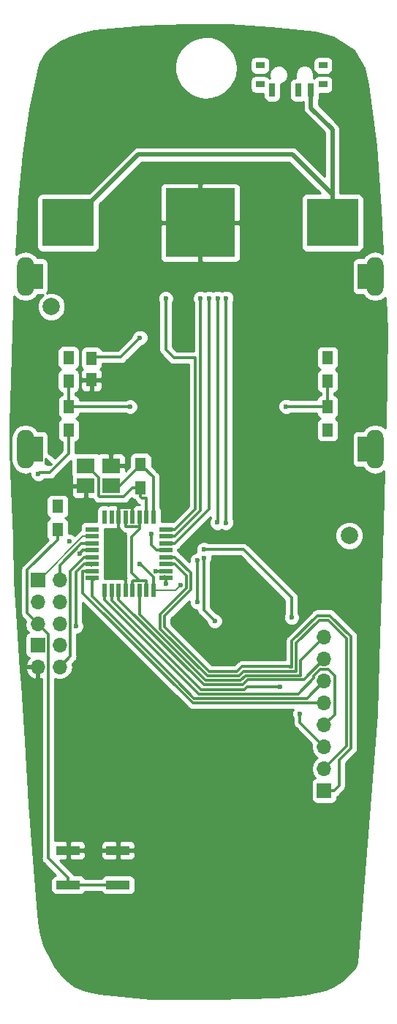
<source format=gbr>
G04 #@! TF.GenerationSoftware,KiCad,Pcbnew,5.0.1+dfsg1-3*
G04 #@! TF.CreationDate,2018-12-12T14:58:00+11:00*
G04 #@! TF.ProjectId,BSidesCBR2019,425369646573434252323031392E6B69,rev?*
G04 #@! TF.SameCoordinates,Original*
G04 #@! TF.FileFunction,Copper,L2,Bot,Signal*
G04 #@! TF.FilePolarity,Positive*
%FSLAX46Y46*%
G04 Gerber Fmt 4.6, Leading zero omitted, Abs format (unit mm)*
G04 Created by KiCad (PCBNEW 5.0.1+dfsg1-3) date Wed 12 Dec 2018 14:58:00 AEDT*
%MOMM*%
%LPD*%
G01*
G04 APERTURE LIST*
G04 #@! TA.AperFunction,ComponentPad*
%ADD10R,1.700000X1.700000*%
G04 #@! TD*
G04 #@! TA.AperFunction,ComponentPad*
%ADD11O,1.700000X1.700000*%
G04 #@! TD*
G04 #@! TA.AperFunction,SMDPad,CuDef*
%ADD12R,2.750000X1.000000*%
G04 #@! TD*
G04 #@! TA.AperFunction,ViaPad*
%ADD13C,2.000000*%
G04 #@! TD*
G04 #@! TA.AperFunction,SMDPad,CuDef*
%ADD14R,1.500000X3.000000*%
G04 #@! TD*
G04 #@! TA.AperFunction,WasherPad*
%ADD15O,2.000000X4.500000*%
G04 #@! TD*
G04 #@! TA.AperFunction,SMDPad,CuDef*
%ADD16R,0.600000X1.500000*%
G04 #@! TD*
G04 #@! TA.AperFunction,SMDPad,CuDef*
%ADD17R,1.500000X0.600000*%
G04 #@! TD*
G04 #@! TA.AperFunction,SMDPad,CuDef*
%ADD18R,1.250000X1.500000*%
G04 #@! TD*
G04 #@! TA.AperFunction,SMDPad,CuDef*
%ADD19R,1.300000X1.500000*%
G04 #@! TD*
G04 #@! TA.AperFunction,SMDPad,CuDef*
%ADD20R,2.100000X1.800000*%
G04 #@! TD*
G04 #@! TA.AperFunction,SMDPad,CuDef*
%ADD21R,6.000000X5.500000*%
G04 #@! TD*
G04 #@! TA.AperFunction,SMDPad,CuDef*
%ADD22R,8.000000X8.000000*%
G04 #@! TD*
G04 #@! TA.AperFunction,SMDPad,CuDef*
%ADD23R,0.700000X1.500000*%
G04 #@! TD*
G04 #@! TA.AperFunction,SMDPad,CuDef*
%ADD24R,1.000000X0.800000*%
G04 #@! TD*
G04 #@! TA.AperFunction,ViaPad*
%ADD25C,0.600000*%
G04 #@! TD*
G04 #@! TA.AperFunction,Conductor*
%ADD26C,0.300000*%
G04 #@! TD*
G04 #@! TA.AperFunction,Conductor*
%ADD27C,0.200000*%
G04 #@! TD*
G04 #@! TA.AperFunction,Conductor*
%ADD28C,0.500000*%
G04 #@! TD*
G04 #@! TA.AperFunction,Conductor*
%ADD29C,0.254000*%
G04 #@! TD*
G04 APERTURE END LIST*
D10*
G04 #@! TO.P,J2,1*
G04 #@! TO.N,TXD*
X40460000Y-108920000D03*
D11*
G04 #@! TO.P,J2,2*
G04 #@! TO.N,RXD*
X43000000Y-108920000D03*
G04 #@! TO.P,J2,3*
G04 #@! TO.N,SCK*
X40460000Y-111460000D03*
G04 #@! TO.P,J2,4*
G04 #@! TO.N,MOSI*
X43000000Y-111460000D03*
G04 #@! TO.P,J2,5*
G04 #@! TO.N,RESET*
X40460000Y-114000000D03*
G04 #@! TO.P,J2,6*
G04 #@! TO.N,MISO*
X43000000Y-114000000D03*
G04 #@! TD*
D10*
G04 #@! TO.P,J1,1*
G04 #@! TO.N,+3.3v*
X40460000Y-116460000D03*
D11*
G04 #@! TO.P,J1,2*
G04 #@! TO.N,SDA*
X43000000Y-116460000D03*
G04 #@! TO.P,J1,3*
G04 #@! TO.N,GND*
X40460000Y-119000000D03*
G04 #@! TO.P,J1,4*
G04 #@! TO.N,SCL*
X43000000Y-119000000D03*
G04 #@! TD*
D12*
G04 #@! TO.P,SW1,1*
G04 #@! TO.N,RESET*
X43992800Y-144246600D03*
X49742800Y-144246600D03*
G04 #@! TO.P,SW1,2*
G04 #@! TO.N,GND*
X49742800Y-140246600D03*
X43992800Y-140246600D03*
G04 #@! TD*
D13*
G04 #@! TO.N,*
G04 #@! TO.C,U2*
X76530000Y-103800000D03*
D14*
G04 #@! TD*
G04 #@! TO.P,U2,*
G04 #@! TO.N,*
X78280000Y-73800000D03*
G04 #@! TO.P,U2,*
G04 #@! TO.N,*
X78280000Y-93800000D03*
X40280000Y-93800000D03*
X40280000Y-73800000D03*
D15*
X79530000Y-93800000D03*
X39030000Y-93800000D03*
X79530000Y-73800000D03*
X39030000Y-73800000D03*
D13*
G04 #@! TD*
G04 #@! TO.N,*
G04 #@! TO.C,U2*
X42030000Y-77300000D03*
D16*
G04 #@! TO.P,U1,1*
G04 #@! TO.N,BUTTONOK*
X48230000Y-101650000D03*
G04 #@! TO.P,U1,2*
G04 #@! TO.N,BUTTONR*
X49030000Y-101650000D03*
G04 #@! TO.P,U1,3*
G04 #@! TO.N,GND*
X49830000Y-101650000D03*
G04 #@! TO.P,U1,4*
G04 #@! TO.N,+3.3v*
X50630000Y-101650000D03*
G04 #@! TO.P,U1,5*
G04 #@! TO.N,GND*
X51430000Y-101650000D03*
G04 #@! TO.P,U1,6*
G04 #@! TO.N,+3.3v*
X52230000Y-101650000D03*
G04 #@! TO.P,U1,7*
G04 #@! TO.N,Net-(R1-Pad1)*
X53030000Y-101650000D03*
G04 #@! TO.P,U1,8*
G04 #@! TO.N,Net-(R1-Pad2)*
X53830000Y-101650000D03*
D17*
G04 #@! TO.P,U1,9*
G04 #@! TO.N,LCDRST*
X55280000Y-103100000D03*
G04 #@! TO.P,U1,10*
G04 #@! TO.N,LCDCE*
X55280000Y-103900000D03*
G04 #@! TO.P,U1,11*
G04 #@! TO.N,LCDDC*
X55280000Y-104700000D03*
G04 #@! TO.P,U1,12*
G04 #@! TO.N,LCDBL+*
X55280000Y-105500000D03*
G04 #@! TO.P,U1,13*
G04 #@! TO.N,D9*
X55280000Y-106300000D03*
G04 #@! TO.P,U1,14*
G04 #@! TO.N,D10*
X55280000Y-107100000D03*
G04 #@! TO.P,U1,15*
G04 #@! TO.N,MOSI*
X55280000Y-107900000D03*
G04 #@! TO.P,U1,16*
G04 #@! TO.N,MISO*
X55280000Y-108700000D03*
D16*
G04 #@! TO.P,U1,17*
G04 #@! TO.N,SCK*
X53830000Y-110150000D03*
G04 #@! TO.P,U1,18*
G04 #@! TO.N,+3.3v*
X53030000Y-110150000D03*
G04 #@! TO.P,U1,19*
G04 #@! TO.N,A6*
X52230000Y-110150000D03*
G04 #@! TO.P,U1,20*
G04 #@! TO.N,+3.3v*
X51430000Y-110150000D03*
G04 #@! TO.P,U1,21*
G04 #@! TO.N,GND*
X50630000Y-110150000D03*
G04 #@! TO.P,U1,22*
G04 #@! TO.N,A7*
X49830000Y-110150000D03*
G04 #@! TO.P,U1,23*
G04 #@! TO.N,AD0*
X49030000Y-110150000D03*
G04 #@! TO.P,U1,24*
G04 #@! TO.N,AD1*
X48230000Y-110150000D03*
D17*
G04 #@! TO.P,U1,25*
G04 #@! TO.N,AD2*
X46780000Y-108700000D03*
G04 #@! TO.P,U1,26*
G04 #@! TO.N,AD3*
X46780000Y-107900000D03*
G04 #@! TO.P,U1,27*
G04 #@! TO.N,SDA*
X46780000Y-107100000D03*
G04 #@! TO.P,U1,28*
G04 #@! TO.N,SCL*
X46780000Y-106300000D03*
G04 #@! TO.P,U1,29*
G04 #@! TO.N,RESET*
X46780000Y-105500000D03*
G04 #@! TO.P,U1,30*
G04 #@! TO.N,RXD*
X46780000Y-104700000D03*
G04 #@! TO.P,U1,31*
G04 #@! TO.N,TXD*
X46780000Y-103900000D03*
G04 #@! TO.P,U1,32*
G04 #@! TO.N,BUTTONL*
X46780000Y-103100000D03*
G04 #@! TD*
D18*
G04 #@! TO.P,C1,1*
G04 #@! TO.N,/VOUT*
X46680000Y-83280000D03*
G04 #@! TO.P,C1,2*
G04 #@! TO.N,GND*
X46680000Y-85780000D03*
G04 #@! TD*
D19*
G04 #@! TO.P,R1,1*
G04 #@! TO.N,Net-(R1-Pad1)*
X52370000Y-98260000D03*
G04 #@! TO.P,R1,2*
G04 #@! TO.N,Net-(R1-Pad2)*
X52370000Y-95560000D03*
G04 #@! TD*
G04 #@! TO.P,R2,1*
G04 #@! TO.N,LCDBL+*
X44020000Y-85890000D03*
G04 #@! TO.P,R2,2*
G04 #@! TO.N,Net-(D1-Pad2)*
X44020000Y-83190000D03*
G04 #@! TD*
G04 #@! TO.P,R4,1*
G04 #@! TO.N,RESET*
X42760000Y-103120000D03*
G04 #@! TO.P,R4,2*
G04 #@! TO.N,+3.3v*
X42760000Y-100420000D03*
G04 #@! TD*
G04 #@! TO.P,R5,1*
G04 #@! TO.N,LCDBL+*
X74030000Y-85920000D03*
G04 #@! TO.P,R5,2*
G04 #@! TO.N,Net-(D2-Pad2)*
X74030000Y-83220000D03*
G04 #@! TD*
D20*
G04 #@! TO.P,Y1,1*
G04 #@! TO.N,Net-(R1-Pad2)*
X48930000Y-98040000D03*
G04 #@! TO.P,Y1,2*
G04 #@! TO.N,GND*
X46030000Y-98040000D03*
G04 #@! TO.P,Y1,3*
G04 #@! TO.N,Net-(R1-Pad1)*
X46030000Y-95740000D03*
G04 #@! TO.P,Y1,4*
G04 #@! TO.N,GND*
X48930000Y-95740000D03*
G04 #@! TD*
D21*
G04 #@! TO.P,BT1,1*
G04 #@! TO.N,BAT+*
X74580000Y-67580000D03*
X43980000Y-67580000D03*
D22*
G04 #@! TO.P,BT1,2*
G04 #@! TO.N,GND*
X59280000Y-67580000D03*
G04 #@! TD*
D19*
G04 #@! TO.P,R3,1*
G04 #@! TO.N,LCDBL+*
X74020000Y-88890000D03*
G04 #@! TO.P,R3,2*
G04 #@! TO.N,Net-(D3-Pad2)*
X74020000Y-91590000D03*
G04 #@! TD*
G04 #@! TO.P,R6,1*
G04 #@! TO.N,LCDBL+*
X44040000Y-88880000D03*
G04 #@! TO.P,R6,2*
G04 #@! TO.N,Net-(D4-Pad2)*
X44040000Y-91580000D03*
G04 #@! TD*
D23*
G04 #@! TO.P,POWER,1*
G04 #@! TO.N,Net-(SW2-Pad1)*
X67600000Y-52230000D03*
G04 #@! TO.P,POWER,2*
G04 #@! TO.N,+3.3v*
X70600000Y-52230000D03*
G04 #@! TO.P,POWER,3*
G04 #@! TO.N,BAT+*
X72100000Y-52230000D03*
D24*
G04 #@! TO.P,POWER,*
G04 #@! TO.N,*
X66200000Y-49370000D03*
X73500000Y-49370000D03*
X73500000Y-51580000D03*
X66200000Y-51580000D03*
G04 #@! TD*
D10*
G04 #@! TO.P,J3,1*
G04 #@! TO.N,D9*
X73634600Y-133324600D03*
D11*
G04 #@! TO.P,J3,2*
G04 #@! TO.N,D10*
X73634600Y-130784600D03*
G04 #@! TO.P,J3,3*
G04 #@! TO.N,AD0*
X73634600Y-128244600D03*
G04 #@! TO.P,J3,4*
G04 #@! TO.N,AD1*
X73634600Y-125704600D03*
G04 #@! TO.P,J3,5*
G04 #@! TO.N,AD3*
X73634600Y-123164600D03*
G04 #@! TO.P,J3,6*
G04 #@! TO.N,AD2*
X73634600Y-120624600D03*
G04 #@! TO.P,J3,7*
G04 #@! TO.N,A7*
X73634600Y-118084600D03*
G04 #@! TO.P,J3,8*
G04 #@! TO.N,A6*
X73634600Y-115544600D03*
G04 #@! TD*
D25*
G04 #@! TO.N,GND*
X50630000Y-110260010D03*
X57280000Y-70720000D03*
X40540000Y-85100000D03*
X40530000Y-98260000D03*
X78120000Y-98220000D03*
X78030000Y-85170000D03*
G04 #@! TO.N,Net-(D1-Pad2)*
X44020000Y-83190000D03*
G04 #@! TO.N,Net-(D2-Pad2)*
X74030000Y-83220000D03*
G04 #@! TO.N,+3.3v*
X70600000Y-52230000D03*
X53030000Y-110260010D03*
X42760000Y-100420000D03*
X52230000Y-101650000D03*
X50630000Y-101650000D03*
G04 #@! TO.N,SCK*
X57020000Y-109560000D03*
X62260000Y-102310000D03*
X62280000Y-76320000D03*
X44136096Y-104500012D03*
X52275632Y-107060032D03*
G04 #@! TO.N,MISO*
X55280000Y-109354021D03*
G04 #@! TO.N,MOSI*
X61270373Y-102300373D03*
X61280000Y-76330000D03*
X54102000Y-107950000D03*
G04 #@! TO.N,LCDRST*
X55270000Y-76350000D03*
G04 #@! TO.N,LCDBL+*
X69230000Y-88850000D03*
X51160000Y-88880000D03*
X74070000Y-88880000D03*
X53594000Y-103632000D03*
G04 #@! TO.N,LCDCE*
X59290000Y-76330000D03*
G04 #@! TO.N,LCDDC*
X60290000Y-76320000D03*
G04 #@! TO.N,RESET*
X45300000Y-105880000D03*
G04 #@! TO.N,SDA*
X44879990Y-114300000D03*
G04 #@! TO.N,Net-(D3-Pad2)*
X74020000Y-91590000D03*
G04 #@! TO.N,Net-(D4-Pad2)*
X40530000Y-96660000D03*
X44040000Y-91580000D03*
G04 #@! TO.N,/VOUT*
X52300000Y-80890000D03*
G04 #@! TO.N,AD0*
X68503800Y-121285000D03*
X70840600Y-124409200D03*
G04 #@! TO.N,BAT+*
X43980000Y-67580000D03*
X74580000Y-67580000D03*
G04 #@! TO.N,BUTTONL*
X46780000Y-103100000D03*
X58928000Y-106680000D03*
X58928000Y-111506000D03*
G04 #@! TO.N,BUTTONOK*
X48230000Y-101650000D03*
X59690000Y-106426000D03*
X60946800Y-113680800D03*
G04 #@! TO.N,BUTTONR*
X49030000Y-101650000D03*
X59690000Y-105410000D03*
X69850000Y-113284000D03*
G04 #@! TD*
D26*
G04 #@! TO.N,*
X41450000Y-95000000D02*
X41450000Y-95450000D01*
X41450000Y-95450000D02*
X41600000Y-95600000D01*
X41600000Y-95600000D02*
X42050000Y-95600000D01*
X42050000Y-95600000D02*
X41450000Y-95000000D01*
G04 #@! TO.N,GND*
X49830000Y-101650000D02*
X49830000Y-103230000D01*
X49830000Y-103230000D02*
X50067800Y-103230000D01*
X50067800Y-103230000D02*
X50630000Y-103792200D01*
X50630000Y-103792200D02*
X50630000Y-110150000D01*
X50630000Y-110684274D02*
X50630000Y-110260010D01*
X50630000Y-108407998D02*
X50630000Y-110260010D01*
X49830000Y-101650000D02*
X49830000Y-100769998D01*
X49830000Y-100769998D02*
X50049999Y-100549999D01*
X50049999Y-100549999D02*
X51379999Y-100549999D01*
X51379999Y-100549999D02*
X51430000Y-100600000D01*
X51430000Y-100600000D02*
X51430000Y-101650000D01*
X49830000Y-101650000D02*
X49830000Y-100360000D01*
X51430000Y-101650000D02*
X51430000Y-100260000D01*
X49130000Y-96270000D02*
X48980000Y-96270000D01*
G04 #@! TO.N,+3.3v*
X52979999Y-109049999D02*
X53030000Y-109100000D01*
X53030000Y-109100000D02*
X53030000Y-109835746D01*
X52250000Y-109049999D02*
X52979999Y-109049999D01*
X53030000Y-109500000D02*
X53030000Y-110260010D01*
X53030000Y-109835746D02*
X53030000Y-110260010D01*
X50630000Y-101650000D02*
X50630000Y-102700000D01*
X52230000Y-102710000D02*
X52230000Y-101650000D01*
X50630000Y-102700000D02*
X50680001Y-102750001D01*
X50680001Y-102750001D02*
X52189999Y-102750001D01*
X52189999Y-102750001D02*
X52230000Y-102710000D01*
X51480001Y-109049999D02*
X52250000Y-109049999D01*
X51430000Y-110150000D02*
X51430000Y-109100000D01*
X51430000Y-109100000D02*
X51480001Y-109049999D01*
X52230000Y-103037998D02*
X51290000Y-103977998D01*
X51290000Y-103977998D02*
X51290000Y-108089999D01*
X51290000Y-108089999D02*
X52250000Y-109049999D01*
X52230000Y-101650000D02*
X52230000Y-103037998D01*
G04 #@! TO.N,SCK*
X62280000Y-76320000D02*
X62280000Y-102290000D01*
X62280000Y-102290000D02*
X62260000Y-102310000D01*
D27*
X56430000Y-110150000D02*
X54330000Y-110150000D01*
X54330000Y-110150000D02*
X53830000Y-110150000D01*
X57020000Y-109560000D02*
X56430000Y-110150000D01*
D26*
X53830000Y-110150000D02*
X53830000Y-108614400D01*
X53830000Y-108614400D02*
X52575631Y-107360031D01*
X52575631Y-107360031D02*
X52275632Y-107060032D01*
G04 #@! TO.N,MISO*
X55130000Y-108550000D02*
X55280000Y-108700000D01*
X55280000Y-108700000D02*
X55280000Y-108929757D01*
X55280000Y-108929757D02*
X55280000Y-109354021D01*
G04 #@! TO.N,MOSI*
X61280000Y-76330000D02*
X61280000Y-102290746D01*
X61280000Y-102290746D02*
X61270373Y-102300373D01*
X55230000Y-107950000D02*
X55280000Y-107900000D01*
X54102000Y-107950000D02*
X55230000Y-107950000D01*
G04 #@! TO.N,Net-(R1-Pad2)*
X48930000Y-98040000D02*
X49990000Y-98040000D01*
X49990000Y-98040000D02*
X52370000Y-95660000D01*
X52370000Y-95660000D02*
X52370000Y-95560000D01*
X53830000Y-101650000D02*
X53830000Y-97020000D01*
X53830000Y-97020000D02*
X52678555Y-95868555D01*
X52230000Y-95970000D02*
X52230000Y-96070000D01*
X52279990Y-95469990D02*
X52370000Y-95469990D01*
G04 #@! TO.N,LCDRST*
X55280000Y-103100000D02*
X56330000Y-103100000D01*
X56330000Y-103100000D02*
X58700000Y-100730000D01*
X58700000Y-83200000D02*
X56210000Y-83200000D01*
X58700000Y-100730000D02*
X58700000Y-83200000D01*
X56210000Y-83200000D02*
X55270000Y-82260000D01*
X55270000Y-82260000D02*
X55270000Y-76350000D01*
G04 #@! TO.N,LCDBL+*
X69230000Y-88850000D02*
X74040000Y-88850000D01*
X74040000Y-88850000D02*
X74070000Y-88880000D01*
X44040000Y-88880000D02*
X51160000Y-88880000D01*
X44040000Y-88880000D02*
X44040000Y-85910000D01*
X44040000Y-85910000D02*
X44020000Y-85890000D01*
X74030000Y-85920000D02*
X74030000Y-88880000D01*
X74030000Y-88880000D02*
X74020000Y-88890000D01*
X53594000Y-104864000D02*
X53594000Y-103632000D01*
X55280000Y-105500000D02*
X54230000Y-105500000D01*
X54230000Y-105500000D02*
X53594000Y-104864000D01*
G04 #@! TO.N,LCDCE*
X59290000Y-76330000D02*
X59290000Y-100940000D01*
X59290000Y-100940000D02*
X56330000Y-103900000D01*
X56330000Y-103900000D02*
X55280000Y-103900000D01*
G04 #@! TO.N,LCDDC*
X60280000Y-100750000D02*
X60280000Y-76330000D01*
X60280000Y-76330000D02*
X60290000Y-76320000D01*
X55280000Y-104700000D02*
X56330000Y-104700000D01*
X56330000Y-104700000D02*
X60280000Y-100750000D01*
G04 #@! TO.N,RESET*
X43992800Y-144246600D02*
X45667800Y-144246600D01*
X45667800Y-144246600D02*
X49742800Y-144246600D01*
X43992800Y-144246600D02*
X43992800Y-143446600D01*
X43992800Y-143446600D02*
X41660001Y-141113801D01*
X41660001Y-141113801D02*
X41660001Y-115200001D01*
X41660001Y-115200001D02*
X41309999Y-114849999D01*
X41309999Y-114849999D02*
X40460000Y-114000000D01*
X46780000Y-105500000D02*
X45680000Y-105500000D01*
X45680000Y-105500000D02*
X45300000Y-105880000D01*
X40460000Y-114000000D02*
X39259999Y-112799999D01*
X39259999Y-112799999D02*
X39259999Y-107789999D01*
X39259999Y-107789999D02*
X42760000Y-104289998D01*
X42760000Y-104289998D02*
X42760000Y-103120000D01*
G04 #@! TO.N,RXD*
X45517996Y-104700000D02*
X46780000Y-104700000D01*
X43000000Y-107217996D02*
X45517996Y-104700000D01*
X43000000Y-108920000D02*
X43000000Y-107217996D01*
D27*
G04 #@! TO.N,TXD*
X45681585Y-103900000D02*
X46780000Y-103900000D01*
X40661585Y-108920000D02*
X45681585Y-103900000D01*
X40460000Y-108920000D02*
X40661585Y-108920000D01*
D26*
X40460000Y-108920000D02*
X40678110Y-108920000D01*
X40852880Y-108920000D02*
X40460000Y-108920000D01*
X40460000Y-108920000D02*
X41080000Y-108920000D01*
G04 #@! TO.N,Net-(R1-Pad1)*
X46030000Y-95740000D02*
X46180000Y-95740000D01*
X46180000Y-95740000D02*
X47529999Y-97089999D01*
X47529999Y-97089999D02*
X47529999Y-99220001D01*
X47529999Y-99220001D02*
X47599999Y-99290001D01*
X47599999Y-99290001D02*
X50389999Y-99290001D01*
X51420000Y-98260000D02*
X52370000Y-98260000D01*
X50389999Y-99290001D02*
X51420000Y-98260000D01*
X53030000Y-101650000D02*
X53030000Y-99450000D01*
X53030000Y-99450000D02*
X52510000Y-99450000D01*
X52510000Y-99450000D02*
X52370000Y-99310000D01*
X52370000Y-99310000D02*
X52370000Y-98260000D01*
G04 #@! TO.N,SDA*
X46780000Y-107100000D02*
X45822880Y-107100000D01*
X44879990Y-108042890D02*
X44879990Y-114300000D01*
X45822880Y-107100000D02*
X44879990Y-108042890D01*
X46630001Y-107249999D02*
X46780000Y-107100000D01*
G04 #@! TO.N,SCL*
X43000000Y-119000000D02*
X44229990Y-117770010D01*
X45842004Y-106300000D02*
X46780000Y-106300000D01*
X44229990Y-107912014D02*
X45842004Y-106300000D01*
X44229990Y-117770010D02*
X44229990Y-107912014D01*
G04 #@! TO.N,Net-(D4-Pad2)*
X41837120Y-96520000D02*
X40670000Y-96520000D01*
X40670000Y-96520000D02*
X40530000Y-96660000D01*
X44040000Y-91580000D02*
X44040000Y-94317120D01*
X44040000Y-94317120D02*
X41837120Y-96520000D01*
G04 #@! TO.N,/VOUT*
X46900000Y-83120000D02*
X50070000Y-83120000D01*
X50070000Y-83120000D02*
X52300000Y-80890000D01*
G04 #@! TO.N,D9*
X55280000Y-106300000D02*
X56330000Y-106300000D01*
X69908790Y-115997890D02*
X72843290Y-113063390D01*
X56330000Y-106300000D02*
X58170011Y-108140011D01*
X72843290Y-113063390D02*
X74298910Y-113063390D01*
X60319490Y-119556370D02*
X63534990Y-119556370D01*
X76725410Y-115489890D02*
X76725410Y-128400910D01*
X58170011Y-110079111D02*
X55123650Y-113125472D01*
X58170011Y-108140011D02*
X58170011Y-110079111D01*
X55123650Y-113125472D02*
X55123650Y-114360530D01*
X63534990Y-119556370D02*
X64117760Y-118973600D01*
X55123650Y-114360530D02*
X60319490Y-119556370D01*
X69619970Y-118997570D02*
X69908790Y-118997570D01*
X64117760Y-118973600D02*
X69596000Y-118973600D01*
X69596000Y-118973600D02*
X69619970Y-118997570D01*
X69908790Y-118997570D02*
X69908790Y-115997890D01*
X74298910Y-113063390D02*
X76725410Y-115489890D01*
X76725410Y-128400910D02*
X75336400Y-129789920D01*
X75336400Y-129789920D02*
X75336400Y-132772800D01*
X75336400Y-132772800D02*
X74784600Y-133324600D01*
X74784600Y-133324600D02*
X73634600Y-133324600D01*
G04 #@! TO.N,D10*
X73634600Y-130784600D02*
X76225400Y-128193800D01*
X76225400Y-128193800D02*
X76225400Y-115697000D01*
X76225400Y-115697000D02*
X74091800Y-113563400D01*
X74091800Y-113563400D02*
X73050400Y-113563400D01*
X73050400Y-113563400D02*
X70408800Y-116205000D01*
X70408800Y-119497580D02*
X64300900Y-119497580D01*
X70408800Y-116205000D02*
X70408800Y-119497580D01*
X64300900Y-119497580D02*
X63742100Y-120056380D01*
X63742100Y-120056380D02*
X60112380Y-120056380D01*
X60112380Y-120056380D02*
X54635400Y-114579400D01*
X54635400Y-114579400D02*
X54623640Y-114579400D01*
X54623640Y-114579400D02*
X54623640Y-112918362D01*
X57670001Y-109872001D02*
X57670001Y-108440001D01*
X57670001Y-108440001D02*
X56330000Y-107100000D01*
X54623640Y-112918362D02*
X57670001Y-109872001D01*
X56330000Y-107100000D02*
X55280000Y-107100000D01*
G04 #@! TO.N,AD0*
X68503800Y-121285000D02*
X64667433Y-121285000D01*
X64667433Y-121285000D02*
X64329243Y-121623190D01*
X64329243Y-121623190D02*
X59360310Y-121623190D01*
X59360310Y-121623190D02*
X49030000Y-111292880D01*
X49030000Y-111292880D02*
X49030000Y-111200000D01*
X49030000Y-111200000D02*
X49030000Y-110150000D01*
X73634600Y-128244600D02*
X70840600Y-125450600D01*
X70840600Y-125450600D02*
X70840600Y-124409200D01*
G04 #@! TO.N,AD1*
X48230000Y-110150000D02*
X48230000Y-111200000D01*
X48230000Y-111200000D02*
X59153200Y-122123200D01*
X70637400Y-122123200D02*
X72434599Y-120326001D01*
X59153200Y-122123200D02*
X70637400Y-122123200D01*
X72434599Y-120048599D02*
X73198597Y-119284601D01*
X72434599Y-120326001D02*
X72434599Y-120048599D01*
X73198597Y-119284601D02*
X74070603Y-119284601D01*
X74834601Y-120048599D02*
X74834601Y-124504599D01*
X74834601Y-124504599D02*
X74484599Y-124854601D01*
X74070603Y-119284601D02*
X74834601Y-120048599D01*
X74484599Y-124854601D02*
X73634600Y-125704600D01*
G04 #@! TO.N,AD2*
X73634600Y-120624600D02*
X71635990Y-122623210D01*
X71635990Y-122623210D02*
X58560330Y-122623210D01*
X58560330Y-122623210D02*
X56587120Y-120650000D01*
X46780000Y-108700000D02*
X46780000Y-110842880D01*
X46780000Y-110842880D02*
X56587120Y-120650000D01*
X56587120Y-120650000D02*
X56591200Y-120650000D01*
X46979998Y-108899998D02*
X46780000Y-108700000D01*
G04 #@! TO.N,AD3*
X73634600Y-123164600D02*
X72432519Y-123164600D01*
X72432519Y-123164600D02*
X72407119Y-123190000D01*
X72407119Y-123190000D02*
X58420000Y-123190000D01*
X46780000Y-107900000D02*
X45730000Y-107900000D01*
X45730000Y-107900000D02*
X45679999Y-107950001D01*
X45679999Y-107950001D02*
X45679999Y-110449999D01*
X45679999Y-110449999D02*
X58420000Y-123190000D01*
G04 #@! TO.N,A6*
X70908810Y-119997590D02*
X70908810Y-118270390D01*
X70908810Y-118270390D02*
X73634600Y-115544600D01*
X52230000Y-110150000D02*
X52230000Y-112892880D01*
X52230000Y-112892880D02*
X59893510Y-120556390D01*
X63949210Y-120556390D02*
X64508010Y-119997590D01*
X59893510Y-120556390D02*
X63949210Y-120556390D01*
X64508010Y-119997590D02*
X70908810Y-119997590D01*
G04 #@! TO.N,A7*
X71272400Y-120497600D02*
X71272400Y-120446800D01*
X71272400Y-120446800D02*
X73634600Y-118084600D01*
X64747713Y-120497600D02*
X71272400Y-120497600D01*
X59686400Y-121056400D02*
X64188913Y-121056400D01*
X64188913Y-121056400D02*
X64747713Y-120497600D01*
X49830000Y-110150000D02*
X49830000Y-111200000D01*
X49830000Y-111200000D02*
X59686400Y-121056400D01*
D28*
G04 #@! TO.N,BAT+*
X74580000Y-67580000D02*
X74580000Y-64330000D01*
X74580000Y-64330000D02*
X69940000Y-59690000D01*
X69940000Y-59690000D02*
X52120000Y-59690000D01*
X52120000Y-59690000D02*
X44230000Y-67580000D01*
X44230000Y-67580000D02*
X43980000Y-67580000D01*
X74580000Y-56800000D02*
X72100000Y-54320000D01*
X72100000Y-54320000D02*
X72100000Y-52230000D01*
X74580000Y-67580000D02*
X74580000Y-56800000D01*
D26*
G04 #@! TO.N,BUTTONL*
X58928000Y-106680000D02*
X58928000Y-111506000D01*
G04 #@! TO.N,BUTTONOK*
X59690000Y-106426000D02*
X59690000Y-112424000D01*
X59690000Y-112424000D02*
X60946800Y-113680800D01*
G04 #@! TO.N,BUTTONR*
X59690000Y-105410000D02*
X64262000Y-105410000D01*
X64262000Y-105410000D02*
X69850000Y-110998000D01*
X69850000Y-110998000D02*
X69850000Y-113284000D01*
G04 #@! TD*
D29*
G04 #@! TO.N,GND*
G36*
X67444325Y-45007921D02*
X72561285Y-45499936D01*
X74702775Y-46151695D01*
X77025573Y-47609137D01*
X78229744Y-49660689D01*
X78650465Y-51624051D01*
X79643017Y-58671182D01*
X80091290Y-66042768D01*
X80387140Y-70973613D01*
X80387021Y-70974499D01*
X80391333Y-71043497D01*
X80395463Y-71112324D01*
X80395689Y-71113186D01*
X80398875Y-71164167D01*
X80167944Y-71009864D01*
X79530000Y-70882969D01*
X78892055Y-71009864D01*
X78351231Y-71371231D01*
X78163253Y-71652560D01*
X77530000Y-71652560D01*
X77282235Y-71701843D01*
X77072191Y-71842191D01*
X76931843Y-72052235D01*
X76882560Y-72300000D01*
X76882560Y-75300000D01*
X76931843Y-75547765D01*
X77072191Y-75757809D01*
X77282235Y-75898157D01*
X77530000Y-75947440D01*
X78163254Y-75947440D01*
X78351232Y-76228769D01*
X78892056Y-76590136D01*
X79530000Y-76717031D01*
X80167945Y-76590136D01*
X80689109Y-76241905D01*
X80839807Y-80009349D01*
X80690121Y-90986305D01*
X80680963Y-91352651D01*
X80167944Y-91009864D01*
X79530000Y-90882969D01*
X78892055Y-91009864D01*
X78351231Y-91371231D01*
X78163253Y-91652560D01*
X77530000Y-91652560D01*
X77282235Y-91701843D01*
X77072191Y-91842191D01*
X76931843Y-92052235D01*
X76882560Y-92300000D01*
X76882560Y-95300000D01*
X76931843Y-95547765D01*
X77072191Y-95757809D01*
X77282235Y-95898157D01*
X77530000Y-95947440D01*
X78163254Y-95947440D01*
X78351232Y-96228769D01*
X78892056Y-96590136D01*
X79530000Y-96717031D01*
X80167945Y-96590136D01*
X80544372Y-96338616D01*
X80342702Y-102308040D01*
X80342279Y-102309889D01*
X80340343Y-102377854D01*
X80338044Y-102445913D01*
X80338352Y-102447788D01*
X79890324Y-118178564D01*
X79690895Y-124460539D01*
X77399706Y-153249843D01*
X77235062Y-153710848D01*
X75600618Y-155345292D01*
X74714228Y-155921446D01*
X73781956Y-156320991D01*
X71387007Y-156847880D01*
X68053517Y-157191033D01*
X61042288Y-157389934D01*
X53534553Y-157340214D01*
X47564014Y-156797438D01*
X45966561Y-156421568D01*
X44746704Y-155924588D01*
X43954003Y-155352083D01*
X43084138Y-154528001D01*
X42452844Y-153671246D01*
X41164837Y-151238347D01*
X40845564Y-150052477D01*
X40604237Y-148507987D01*
X40407143Y-146635598D01*
X39508354Y-134951348D01*
X39062327Y-127577029D01*
X39063134Y-127570722D01*
X38613080Y-121069937D01*
X38613177Y-121069162D01*
X38608265Y-121000398D01*
X38603475Y-120931205D01*
X38603269Y-120930446D01*
X38490873Y-119356890D01*
X39018524Y-119356890D01*
X39188355Y-119766924D01*
X39578642Y-120195183D01*
X40103108Y-120441486D01*
X40333000Y-120320819D01*
X40333000Y-119127000D01*
X39139845Y-119127000D01*
X39018524Y-119356890D01*
X38490873Y-119356890D01*
X38108484Y-114003464D01*
X37809361Y-109018084D01*
X37661727Y-104096940D01*
X37661995Y-104095295D01*
X37659630Y-104027039D01*
X37657583Y-103958816D01*
X37657209Y-103957193D01*
X37462061Y-98325750D01*
X44345000Y-98325750D01*
X44345000Y-99066310D01*
X44441673Y-99299699D01*
X44620302Y-99478327D01*
X44853691Y-99575000D01*
X45744250Y-99575000D01*
X45903000Y-99416250D01*
X45903000Y-98167000D01*
X44503750Y-98167000D01*
X44345000Y-98325750D01*
X37462061Y-98325750D01*
X37310000Y-93937712D01*
X37310000Y-92388970D01*
X37395000Y-92388970D01*
X37395001Y-95211031D01*
X37489865Y-95687945D01*
X37851232Y-96228769D01*
X38392056Y-96590136D01*
X39030000Y-96717031D01*
X39595000Y-96604646D01*
X39595000Y-96845983D01*
X39737345Y-97189635D01*
X40000365Y-97452655D01*
X40344017Y-97595000D01*
X40715983Y-97595000D01*
X41059635Y-97452655D01*
X41207290Y-97305000D01*
X41759808Y-97305000D01*
X41837120Y-97320378D01*
X41914432Y-97305000D01*
X41914436Y-97305000D01*
X42143412Y-97259454D01*
X42403073Y-97085953D01*
X42446869Y-97020408D01*
X44332560Y-95134717D01*
X44332560Y-96640000D01*
X44381843Y-96887765D01*
X44391298Y-96901916D01*
X44345000Y-97013690D01*
X44345000Y-97754250D01*
X44503750Y-97913000D01*
X45903000Y-97913000D01*
X45903000Y-97893000D01*
X46157000Y-97893000D01*
X46157000Y-97913000D01*
X46177000Y-97913000D01*
X46177000Y-98167000D01*
X46157000Y-98167000D01*
X46157000Y-99416250D01*
X46315750Y-99575000D01*
X46823091Y-99575000D01*
X46920250Y-99720409D01*
X46920253Y-99720412D01*
X46964047Y-99785954D01*
X47006007Y-99813991D01*
X47034046Y-99855954D01*
X47293707Y-100029455D01*
X47522683Y-100075001D01*
X47522687Y-100075001D01*
X47599999Y-100090379D01*
X47677311Y-100075001D01*
X50312687Y-100075001D01*
X50389999Y-100090379D01*
X50467311Y-100075001D01*
X50467315Y-100075001D01*
X50696291Y-100029455D01*
X50955952Y-99855954D01*
X50999748Y-99790409D01*
X51298253Y-99491905D01*
X51472235Y-99608157D01*
X51648544Y-99643227D01*
X51804047Y-99875953D01*
X51869592Y-99919749D01*
X51900251Y-99950408D01*
X51944047Y-100015953D01*
X52203708Y-100189454D01*
X52245001Y-100197668D01*
X52245001Y-100252560D01*
X51930000Y-100252560D01*
X51859926Y-100266498D01*
X51856309Y-100265000D01*
X51715750Y-100265000D01*
X51672205Y-100308545D01*
X51472191Y-100442191D01*
X51430000Y-100505334D01*
X51387809Y-100442191D01*
X51187795Y-100308545D01*
X51144250Y-100265000D01*
X51003691Y-100265000D01*
X51000074Y-100266498D01*
X50930000Y-100252560D01*
X50330000Y-100252560D01*
X50259926Y-100266498D01*
X50256309Y-100265000D01*
X50115750Y-100265000D01*
X50072205Y-100308545D01*
X49872191Y-100442191D01*
X49830000Y-100505334D01*
X49787809Y-100442191D01*
X49587795Y-100308545D01*
X49544250Y-100265000D01*
X49403691Y-100265000D01*
X49400074Y-100266498D01*
X49330000Y-100252560D01*
X48730000Y-100252560D01*
X48630000Y-100272451D01*
X48530000Y-100252560D01*
X47930000Y-100252560D01*
X47682235Y-100301843D01*
X47472191Y-100442191D01*
X47331843Y-100652235D01*
X47282560Y-100900000D01*
X47282560Y-102152560D01*
X46030000Y-102152560D01*
X45782235Y-102201843D01*
X45572191Y-102342191D01*
X45431843Y-102552235D01*
X45382560Y-102800000D01*
X45382560Y-103215826D01*
X45151680Y-103370095D01*
X45110676Y-103431462D01*
X44750256Y-103791882D01*
X44665731Y-103707357D01*
X44322079Y-103565012D01*
X44057440Y-103565012D01*
X44057440Y-102370000D01*
X44008157Y-102122235D01*
X43867809Y-101912191D01*
X43657765Y-101771843D01*
X43648500Y-101770000D01*
X43657765Y-101768157D01*
X43867809Y-101627809D01*
X44008157Y-101417765D01*
X44057440Y-101170000D01*
X44057440Y-99670000D01*
X44008157Y-99422235D01*
X43867809Y-99212191D01*
X43657765Y-99071843D01*
X43410000Y-99022560D01*
X42110000Y-99022560D01*
X41862235Y-99071843D01*
X41652191Y-99212191D01*
X41511843Y-99422235D01*
X41462560Y-99670000D01*
X41462560Y-101170000D01*
X41511843Y-101417765D01*
X41652191Y-101627809D01*
X41862235Y-101768157D01*
X41871500Y-101770000D01*
X41862235Y-101771843D01*
X41652191Y-101912191D01*
X41511843Y-102122235D01*
X41462560Y-102370000D01*
X41462560Y-103870000D01*
X41511843Y-104117765D01*
X41636105Y-104303735D01*
X38759589Y-107180252D01*
X38694047Y-107224046D01*
X38650253Y-107289588D01*
X38650250Y-107289591D01*
X38520545Y-107483708D01*
X38459621Y-107789999D01*
X38475000Y-107867316D01*
X38474999Y-112722687D01*
X38459621Y-112799999D01*
X38474999Y-112877311D01*
X38474999Y-112877314D01*
X38508982Y-113048157D01*
X38520545Y-113106290D01*
X38621319Y-113257108D01*
X38694046Y-113365952D01*
X38759591Y-113409748D01*
X39012925Y-113663082D01*
X38945908Y-114000000D01*
X39061161Y-114579418D01*
X39353844Y-115017450D01*
X39152191Y-115152191D01*
X39011843Y-115362235D01*
X38962560Y-115610000D01*
X38962560Y-117310000D01*
X39011843Y-117557765D01*
X39152191Y-117767809D01*
X39362235Y-117908157D01*
X39465708Y-117928739D01*
X39188355Y-118233076D01*
X39018524Y-118643110D01*
X39139845Y-118873000D01*
X40333000Y-118873000D01*
X40333000Y-118853000D01*
X40587000Y-118853000D01*
X40587000Y-118873000D01*
X40607000Y-118873000D01*
X40607000Y-119127000D01*
X40587000Y-119127000D01*
X40587000Y-120320819D01*
X40816892Y-120441486D01*
X40875002Y-120414196D01*
X40875001Y-141036489D01*
X40859623Y-141113801D01*
X40875001Y-141191113D01*
X40875001Y-141191116D01*
X40920547Y-141420092D01*
X41094048Y-141679754D01*
X41159593Y-141723550D01*
X42548906Y-143112864D01*
X42370035Y-143148443D01*
X42159991Y-143288791D01*
X42019643Y-143498835D01*
X41970360Y-143746600D01*
X41970360Y-144746600D01*
X42019643Y-144994365D01*
X42159991Y-145204409D01*
X42370035Y-145344757D01*
X42617800Y-145394040D01*
X45367800Y-145394040D01*
X45615565Y-145344757D01*
X45825609Y-145204409D01*
X45941077Y-145031600D01*
X47794523Y-145031600D01*
X47909991Y-145204409D01*
X48120035Y-145344757D01*
X48367800Y-145394040D01*
X51117800Y-145394040D01*
X51365565Y-145344757D01*
X51575609Y-145204409D01*
X51715957Y-144994365D01*
X51765240Y-144746600D01*
X51765240Y-143746600D01*
X51715957Y-143498835D01*
X51575609Y-143288791D01*
X51365565Y-143148443D01*
X51117800Y-143099160D01*
X48367800Y-143099160D01*
X48120035Y-143148443D01*
X47909991Y-143288791D01*
X47794523Y-143461600D01*
X45941077Y-143461600D01*
X45825609Y-143288791D01*
X45615565Y-143148443D01*
X45367800Y-143099160D01*
X44704760Y-143099160D01*
X44602549Y-142946191D01*
X44602547Y-142946189D01*
X44558753Y-142880647D01*
X44493211Y-142836853D01*
X43037957Y-141381600D01*
X43707050Y-141381600D01*
X43865800Y-141222850D01*
X43865800Y-140373600D01*
X44119800Y-140373600D01*
X44119800Y-141222850D01*
X44278550Y-141381600D01*
X45494109Y-141381600D01*
X45727498Y-141284927D01*
X45906127Y-141106299D01*
X46002800Y-140872910D01*
X46002800Y-140532350D01*
X47732800Y-140532350D01*
X47732800Y-140872910D01*
X47829473Y-141106299D01*
X48008102Y-141284927D01*
X48241491Y-141381600D01*
X49457050Y-141381600D01*
X49615800Y-141222850D01*
X49615800Y-140373600D01*
X49869800Y-140373600D01*
X49869800Y-141222850D01*
X50028550Y-141381600D01*
X51244109Y-141381600D01*
X51477498Y-141284927D01*
X51656127Y-141106299D01*
X51752800Y-140872910D01*
X51752800Y-140532350D01*
X51594050Y-140373600D01*
X49869800Y-140373600D01*
X49615800Y-140373600D01*
X47891550Y-140373600D01*
X47732800Y-140532350D01*
X46002800Y-140532350D01*
X45844050Y-140373600D01*
X44119800Y-140373600D01*
X43865800Y-140373600D01*
X43845800Y-140373600D01*
X43845800Y-140119600D01*
X43865800Y-140119600D01*
X43865800Y-139270350D01*
X44119800Y-139270350D01*
X44119800Y-140119600D01*
X45844050Y-140119600D01*
X46002800Y-139960850D01*
X46002800Y-139620290D01*
X47732800Y-139620290D01*
X47732800Y-139960850D01*
X47891550Y-140119600D01*
X49615800Y-140119600D01*
X49615800Y-139270350D01*
X49869800Y-139270350D01*
X49869800Y-140119600D01*
X51594050Y-140119600D01*
X51752800Y-139960850D01*
X51752800Y-139620290D01*
X51656127Y-139386901D01*
X51477498Y-139208273D01*
X51244109Y-139111600D01*
X50028550Y-139111600D01*
X49869800Y-139270350D01*
X49615800Y-139270350D01*
X49457050Y-139111600D01*
X48241491Y-139111600D01*
X48008102Y-139208273D01*
X47829473Y-139386901D01*
X47732800Y-139620290D01*
X46002800Y-139620290D01*
X45906127Y-139386901D01*
X45727498Y-139208273D01*
X45494109Y-139111600D01*
X44278550Y-139111600D01*
X44119800Y-139270350D01*
X43865800Y-139270350D01*
X43707050Y-139111600D01*
X42491491Y-139111600D01*
X42445001Y-139130857D01*
X42445001Y-120403696D01*
X42853744Y-120485000D01*
X43146256Y-120485000D01*
X43579418Y-120398839D01*
X44070625Y-120070625D01*
X44398839Y-119579418D01*
X44514092Y-119000000D01*
X44447075Y-118663082D01*
X44730398Y-118379759D01*
X44795943Y-118335963D01*
X44969444Y-118076302D01*
X45014990Y-117847326D01*
X45014990Y-117847322D01*
X45030368Y-117770010D01*
X45014990Y-117692698D01*
X45014990Y-115235000D01*
X45065973Y-115235000D01*
X45409625Y-115092655D01*
X45672645Y-114829635D01*
X45814990Y-114485983D01*
X45814990Y-114114017D01*
X45672645Y-113770365D01*
X45664990Y-113762710D01*
X45664990Y-111545147D01*
X57810253Y-123690411D01*
X57854047Y-123755953D01*
X57919589Y-123799747D01*
X57919591Y-123799749D01*
X57984691Y-123843247D01*
X58113708Y-123929454D01*
X58342684Y-123975000D01*
X58342688Y-123975000D01*
X58419999Y-123990378D01*
X58497310Y-123975000D01*
X70008415Y-123975000D01*
X69905600Y-124223217D01*
X69905600Y-124595183D01*
X70047945Y-124938835D01*
X70055600Y-124946490D01*
X70055600Y-125373288D01*
X70040222Y-125450600D01*
X70055600Y-125527912D01*
X70055600Y-125527915D01*
X70101146Y-125756891D01*
X70274647Y-126016553D01*
X70340192Y-126060349D01*
X72187525Y-127907682D01*
X72120508Y-128244600D01*
X72235761Y-128824018D01*
X72563975Y-129315225D01*
X72862361Y-129514600D01*
X72563975Y-129713975D01*
X72235761Y-130205182D01*
X72120508Y-130784600D01*
X72235761Y-131364018D01*
X72563975Y-131855225D01*
X72582219Y-131867416D01*
X72536835Y-131876443D01*
X72326791Y-132016791D01*
X72186443Y-132226835D01*
X72137160Y-132474600D01*
X72137160Y-134174600D01*
X72186443Y-134422365D01*
X72326791Y-134632409D01*
X72536835Y-134772757D01*
X72784600Y-134822040D01*
X74484600Y-134822040D01*
X74732365Y-134772757D01*
X74942409Y-134632409D01*
X75082757Y-134422365D01*
X75132040Y-134174600D01*
X75132040Y-134036560D01*
X75350553Y-133890553D01*
X75394349Y-133825008D01*
X75836810Y-133382547D01*
X75902353Y-133338753D01*
X75946147Y-133273211D01*
X75946149Y-133273209D01*
X76075854Y-133079092D01*
X76087944Y-133018309D01*
X76121400Y-132850116D01*
X76121400Y-132850113D01*
X76136778Y-132772801D01*
X76121400Y-132695489D01*
X76121400Y-130115077D01*
X77225818Y-129010659D01*
X77291363Y-128966863D01*
X77464864Y-128707202D01*
X77510410Y-128478226D01*
X77510410Y-128478222D01*
X77525788Y-128400910D01*
X77510410Y-128323598D01*
X77510410Y-115567200D01*
X77525788Y-115489889D01*
X77510410Y-115412578D01*
X77510410Y-115412574D01*
X77464864Y-115183598D01*
X77383054Y-115061161D01*
X77335159Y-114989481D01*
X77335157Y-114989479D01*
X77291363Y-114923937D01*
X77225821Y-114880143D01*
X74908659Y-112562982D01*
X74864863Y-112497437D01*
X74605202Y-112323936D01*
X74376226Y-112278390D01*
X74376222Y-112278390D01*
X74298910Y-112263012D01*
X74221598Y-112278390D01*
X72920602Y-112278390D01*
X72843290Y-112263012D01*
X72765978Y-112278390D01*
X72765974Y-112278390D01*
X72536998Y-112323936D01*
X72277337Y-112497437D01*
X72233541Y-112562982D01*
X69408380Y-115388143D01*
X69342838Y-115431937D01*
X69299044Y-115497479D01*
X69299041Y-115497482D01*
X69169336Y-115691599D01*
X69108412Y-115997890D01*
X69123791Y-116075207D01*
X69123790Y-118188600D01*
X64195070Y-118188600D01*
X64117759Y-118173222D01*
X64040448Y-118188600D01*
X64040444Y-118188600D01*
X63811468Y-118234146D01*
X63692385Y-118313715D01*
X63617351Y-118363851D01*
X63617349Y-118363853D01*
X63551807Y-118407647D01*
X63508013Y-118473190D01*
X63209833Y-118771370D01*
X60644648Y-118771370D01*
X55908650Y-114035373D01*
X55908650Y-113450629D01*
X57993000Y-111366280D01*
X57993000Y-111691983D01*
X58135345Y-112035635D01*
X58398365Y-112298655D01*
X58742017Y-112441000D01*
X58893003Y-112441000D01*
X58950546Y-112730291D01*
X59080251Y-112924408D01*
X59080254Y-112924411D01*
X59124048Y-112989953D01*
X59189590Y-113033747D01*
X60011800Y-113855957D01*
X60011800Y-113866783D01*
X60154145Y-114210435D01*
X60417165Y-114473455D01*
X60760817Y-114615800D01*
X61132783Y-114615800D01*
X61476435Y-114473455D01*
X61739455Y-114210435D01*
X61881800Y-113866783D01*
X61881800Y-113494817D01*
X61739455Y-113151165D01*
X61476435Y-112888145D01*
X61132783Y-112745800D01*
X61121957Y-112745800D01*
X60475000Y-112098843D01*
X60475000Y-106963290D01*
X60482655Y-106955635D01*
X60625000Y-106611983D01*
X60625000Y-106240017D01*
X60606353Y-106195000D01*
X63936843Y-106195000D01*
X69065000Y-111323158D01*
X69065001Y-112746709D01*
X69057345Y-112754365D01*
X68915000Y-113098017D01*
X68915000Y-113469983D01*
X69057345Y-113813635D01*
X69320365Y-114076655D01*
X69664017Y-114219000D01*
X70035983Y-114219000D01*
X70379635Y-114076655D01*
X70642655Y-113813635D01*
X70785000Y-113469983D01*
X70785000Y-113098017D01*
X70642655Y-112754365D01*
X70635000Y-112746710D01*
X70635000Y-111075310D01*
X70650378Y-110997999D01*
X70635000Y-110920688D01*
X70635000Y-110920684D01*
X70589454Y-110691708D01*
X70514492Y-110579520D01*
X70459749Y-110497591D01*
X70459747Y-110497589D01*
X70415953Y-110432047D01*
X70350411Y-110388253D01*
X64871749Y-104909592D01*
X64827953Y-104844047D01*
X64568292Y-104670546D01*
X64339316Y-104625000D01*
X64339312Y-104625000D01*
X64262000Y-104609622D01*
X64184688Y-104625000D01*
X60227290Y-104625000D01*
X60219635Y-104617345D01*
X59875983Y-104475000D01*
X59504017Y-104475000D01*
X59160365Y-104617345D01*
X58897345Y-104880365D01*
X58755000Y-105224017D01*
X58755000Y-105595983D01*
X58816725Y-105745000D01*
X58742017Y-105745000D01*
X58398365Y-105887345D01*
X58135345Y-106150365D01*
X57993000Y-106494017D01*
X57993000Y-106852843D01*
X56939749Y-105799592D01*
X56895953Y-105734047D01*
X56677440Y-105588040D01*
X56677440Y-105411960D01*
X56895953Y-105265953D01*
X56939749Y-105200408D01*
X58665379Y-103474778D01*
X74895000Y-103474778D01*
X74895000Y-104125222D01*
X75143914Y-104726153D01*
X75603847Y-105186086D01*
X76204778Y-105435000D01*
X76855222Y-105435000D01*
X77456153Y-105186086D01*
X77916086Y-104726153D01*
X78165000Y-104125222D01*
X78165000Y-103474778D01*
X77916086Y-102873847D01*
X77456153Y-102413914D01*
X76855222Y-102165000D01*
X76204778Y-102165000D01*
X75603847Y-102413914D01*
X75143914Y-102873847D01*
X74895000Y-103474778D01*
X58665379Y-103474778D01*
X60495001Y-101645156D01*
X60495001Y-101753455D01*
X60477718Y-101770738D01*
X60335373Y-102114390D01*
X60335373Y-102486356D01*
X60477718Y-102830008D01*
X60740738Y-103093028D01*
X61084390Y-103235373D01*
X61456356Y-103235373D01*
X61753566Y-103112265D01*
X62074017Y-103245000D01*
X62445983Y-103245000D01*
X62789635Y-103102655D01*
X63052655Y-102839635D01*
X63195000Y-102495983D01*
X63195000Y-102124017D01*
X63065000Y-101810169D01*
X63065000Y-88664017D01*
X68295000Y-88664017D01*
X68295000Y-89035983D01*
X68437345Y-89379635D01*
X68700365Y-89642655D01*
X69044017Y-89785000D01*
X69415983Y-89785000D01*
X69759635Y-89642655D01*
X69767290Y-89635000D01*
X72722560Y-89635000D01*
X72722560Y-89640000D01*
X72771843Y-89887765D01*
X72912191Y-90097809D01*
X73122235Y-90238157D01*
X73131500Y-90240000D01*
X73122235Y-90241843D01*
X72912191Y-90382191D01*
X72771843Y-90592235D01*
X72722560Y-90840000D01*
X72722560Y-92340000D01*
X72771843Y-92587765D01*
X72912191Y-92797809D01*
X73122235Y-92938157D01*
X73370000Y-92987440D01*
X74670000Y-92987440D01*
X74917765Y-92938157D01*
X75127809Y-92797809D01*
X75268157Y-92587765D01*
X75317440Y-92340000D01*
X75317440Y-90840000D01*
X75268157Y-90592235D01*
X75127809Y-90382191D01*
X74917765Y-90241843D01*
X74908500Y-90240000D01*
X74917765Y-90238157D01*
X75127809Y-90097809D01*
X75268157Y-89887765D01*
X75317440Y-89640000D01*
X75317440Y-88140000D01*
X75268157Y-87892235D01*
X75127809Y-87682191D01*
X74917765Y-87541843D01*
X74815000Y-87521402D01*
X74815000Y-87290587D01*
X74927765Y-87268157D01*
X75137809Y-87127809D01*
X75278157Y-86917765D01*
X75327440Y-86670000D01*
X75327440Y-85170000D01*
X75278157Y-84922235D01*
X75137809Y-84712191D01*
X74927765Y-84571843D01*
X74918500Y-84570000D01*
X74927765Y-84568157D01*
X75137809Y-84427809D01*
X75278157Y-84217765D01*
X75327440Y-83970000D01*
X75327440Y-82470000D01*
X75278157Y-82222235D01*
X75137809Y-82012191D01*
X74927765Y-81871843D01*
X74680000Y-81822560D01*
X73380000Y-81822560D01*
X73132235Y-81871843D01*
X72922191Y-82012191D01*
X72781843Y-82222235D01*
X72732560Y-82470000D01*
X72732560Y-83970000D01*
X72781843Y-84217765D01*
X72922191Y-84427809D01*
X73132235Y-84568157D01*
X73141500Y-84570000D01*
X73132235Y-84571843D01*
X72922191Y-84712191D01*
X72781843Y-84922235D01*
X72732560Y-85170000D01*
X72732560Y-86670000D01*
X72781843Y-86917765D01*
X72922191Y-87127809D01*
X73132235Y-87268157D01*
X73245000Y-87290587D01*
X73245001Y-87517424D01*
X73122235Y-87541843D01*
X72912191Y-87682191D01*
X72771843Y-87892235D01*
X72737478Y-88065000D01*
X69767290Y-88065000D01*
X69759635Y-88057345D01*
X69415983Y-87915000D01*
X69044017Y-87915000D01*
X68700365Y-88057345D01*
X68437345Y-88320365D01*
X68295000Y-88664017D01*
X63065000Y-88664017D01*
X63065000Y-76857290D01*
X63072655Y-76849635D01*
X63215000Y-76505983D01*
X63215000Y-76134017D01*
X63072655Y-75790365D01*
X62809635Y-75527345D01*
X62465983Y-75385000D01*
X62094017Y-75385000D01*
X61767929Y-75520070D01*
X61465983Y-75395000D01*
X61094017Y-75395000D01*
X60797071Y-75517999D01*
X60475983Y-75385000D01*
X60104017Y-75385000D01*
X59777929Y-75520070D01*
X59475983Y-75395000D01*
X59104017Y-75395000D01*
X58760365Y-75537345D01*
X58497345Y-75800365D01*
X58355000Y-76144017D01*
X58355000Y-76515983D01*
X58497345Y-76859635D01*
X58505000Y-76867290D01*
X58505000Y-82415000D01*
X56535157Y-82415000D01*
X56055000Y-81934843D01*
X56055000Y-76887290D01*
X56062655Y-76879635D01*
X56205000Y-76535983D01*
X56205000Y-76164017D01*
X56062655Y-75820365D01*
X55799635Y-75557345D01*
X55455983Y-75415000D01*
X55084017Y-75415000D01*
X54740365Y-75557345D01*
X54477345Y-75820365D01*
X54335000Y-76164017D01*
X54335000Y-76535983D01*
X54477345Y-76879635D01*
X54485001Y-76887291D01*
X54485000Y-82182688D01*
X54469622Y-82260000D01*
X54485000Y-82337312D01*
X54485000Y-82337315D01*
X54530546Y-82566291D01*
X54704047Y-82825953D01*
X54769592Y-82869749D01*
X55600251Y-83700408D01*
X55644047Y-83765953D01*
X55903708Y-83939454D01*
X56132684Y-83985000D01*
X56132688Y-83985000D01*
X56210000Y-84000378D01*
X56287312Y-83985000D01*
X57915001Y-83985000D01*
X57915000Y-100404842D01*
X56144506Y-102175336D01*
X56030000Y-102152560D01*
X54777440Y-102152560D01*
X54777440Y-100900000D01*
X54728157Y-100652235D01*
X54615000Y-100482885D01*
X54615000Y-97097310D01*
X54630378Y-97019999D01*
X54615000Y-96942688D01*
X54615000Y-96942684D01*
X54569454Y-96713708D01*
X54486885Y-96590136D01*
X54439749Y-96519591D01*
X54439747Y-96519589D01*
X54395953Y-96454047D01*
X54330411Y-96410253D01*
X53667440Y-95747283D01*
X53667440Y-94810000D01*
X53618157Y-94562235D01*
X53477809Y-94352191D01*
X53267765Y-94211843D01*
X53020000Y-94162560D01*
X51720000Y-94162560D01*
X51472235Y-94211843D01*
X51262191Y-94352191D01*
X51121843Y-94562235D01*
X51072560Y-94810000D01*
X51072560Y-95847282D01*
X50615000Y-96304843D01*
X50615000Y-96025750D01*
X50456250Y-95867000D01*
X49057000Y-95867000D01*
X49057000Y-95887000D01*
X48803000Y-95887000D01*
X48803000Y-95867000D01*
X48783000Y-95867000D01*
X48783000Y-95613000D01*
X48803000Y-95613000D01*
X48803000Y-94363750D01*
X49057000Y-94363750D01*
X49057000Y-95613000D01*
X50456250Y-95613000D01*
X50615000Y-95454250D01*
X50615000Y-94713690D01*
X50518327Y-94480301D01*
X50339698Y-94301673D01*
X50106309Y-94205000D01*
X49215750Y-94205000D01*
X49057000Y-94363750D01*
X48803000Y-94363750D01*
X48644250Y-94205000D01*
X47753691Y-94205000D01*
X47520302Y-94301673D01*
X47479047Y-94342927D01*
X47327765Y-94241843D01*
X47080000Y-94192560D01*
X44980000Y-94192560D01*
X44825000Y-94223391D01*
X44825000Y-92950587D01*
X44937765Y-92928157D01*
X45147809Y-92787809D01*
X45288157Y-92577765D01*
X45337440Y-92330000D01*
X45337440Y-90830000D01*
X45288157Y-90582235D01*
X45147809Y-90372191D01*
X44937765Y-90231843D01*
X44928500Y-90230000D01*
X44937765Y-90228157D01*
X45147809Y-90087809D01*
X45288157Y-89877765D01*
X45330478Y-89665000D01*
X50622710Y-89665000D01*
X50630365Y-89672655D01*
X50974017Y-89815000D01*
X51345983Y-89815000D01*
X51689635Y-89672655D01*
X51952655Y-89409635D01*
X52095000Y-89065983D01*
X52095000Y-88694017D01*
X51952655Y-88350365D01*
X51689635Y-88087345D01*
X51345983Y-87945000D01*
X50974017Y-87945000D01*
X50630365Y-88087345D01*
X50622710Y-88095000D01*
X45330478Y-88095000D01*
X45288157Y-87882235D01*
X45147809Y-87672191D01*
X44937765Y-87531843D01*
X44825000Y-87509413D01*
X44825000Y-87256609D01*
X44917765Y-87238157D01*
X45127809Y-87097809D01*
X45268157Y-86887765D01*
X45317440Y-86640000D01*
X45317440Y-86065750D01*
X45420000Y-86065750D01*
X45420000Y-86656309D01*
X45516673Y-86889698D01*
X45695301Y-87068327D01*
X45928690Y-87165000D01*
X46394250Y-87165000D01*
X46553000Y-87006250D01*
X46553000Y-85907000D01*
X46807000Y-85907000D01*
X46807000Y-87006250D01*
X46965750Y-87165000D01*
X47431310Y-87165000D01*
X47664699Y-87068327D01*
X47843327Y-86889698D01*
X47940000Y-86656309D01*
X47940000Y-86065750D01*
X47781250Y-85907000D01*
X46807000Y-85907000D01*
X46553000Y-85907000D01*
X45578750Y-85907000D01*
X45420000Y-86065750D01*
X45317440Y-86065750D01*
X45317440Y-85140000D01*
X45268157Y-84892235D01*
X45127809Y-84682191D01*
X44917765Y-84541843D01*
X44908500Y-84540000D01*
X44917765Y-84538157D01*
X45127809Y-84397809D01*
X45268157Y-84187765D01*
X45317440Y-83940000D01*
X45317440Y-82530000D01*
X45407560Y-82530000D01*
X45407560Y-84030000D01*
X45456843Y-84277765D01*
X45597191Y-84487809D01*
X45658320Y-84528654D01*
X45516673Y-84670302D01*
X45420000Y-84903691D01*
X45420000Y-85494250D01*
X45578750Y-85653000D01*
X46553000Y-85653000D01*
X46553000Y-85633000D01*
X46807000Y-85633000D01*
X46807000Y-85653000D01*
X47781250Y-85653000D01*
X47940000Y-85494250D01*
X47940000Y-84903691D01*
X47843327Y-84670302D01*
X47701680Y-84528654D01*
X47762809Y-84487809D01*
X47903157Y-84277765D01*
X47952440Y-84030000D01*
X47952440Y-83905000D01*
X49992688Y-83905000D01*
X50070000Y-83920378D01*
X50147312Y-83905000D01*
X50147316Y-83905000D01*
X50376292Y-83859454D01*
X50635953Y-83685953D01*
X50679749Y-83620408D01*
X52475158Y-81825000D01*
X52485983Y-81825000D01*
X52829635Y-81682655D01*
X53092655Y-81419635D01*
X53235000Y-81075983D01*
X53235000Y-80704017D01*
X53092655Y-80360365D01*
X52829635Y-80097345D01*
X52485983Y-79955000D01*
X52114017Y-79955000D01*
X51770365Y-80097345D01*
X51507345Y-80360365D01*
X51365000Y-80704017D01*
X51365000Y-80714842D01*
X49744843Y-82335000D01*
X47913652Y-82335000D01*
X47903157Y-82282235D01*
X47762809Y-82072191D01*
X47552765Y-81931843D01*
X47305000Y-81882560D01*
X46055000Y-81882560D01*
X45807235Y-81931843D01*
X45597191Y-82072191D01*
X45456843Y-82282235D01*
X45407560Y-82530000D01*
X45317440Y-82530000D01*
X45317440Y-82440000D01*
X45268157Y-82192235D01*
X45127809Y-81982191D01*
X44917765Y-81841843D01*
X44670000Y-81792560D01*
X43370000Y-81792560D01*
X43122235Y-81841843D01*
X42912191Y-81982191D01*
X42771843Y-82192235D01*
X42722560Y-82440000D01*
X42722560Y-83940000D01*
X42771843Y-84187765D01*
X42912191Y-84397809D01*
X43122235Y-84538157D01*
X43131500Y-84540000D01*
X43122235Y-84541843D01*
X42912191Y-84682191D01*
X42771843Y-84892235D01*
X42722560Y-85140000D01*
X42722560Y-86640000D01*
X42771843Y-86887765D01*
X42912191Y-87097809D01*
X43122235Y-87238157D01*
X43255001Y-87264565D01*
X43255000Y-87509413D01*
X43142235Y-87531843D01*
X42932191Y-87672191D01*
X42791843Y-87882235D01*
X42742560Y-88130000D01*
X42742560Y-89630000D01*
X42791843Y-89877765D01*
X42932191Y-90087809D01*
X43142235Y-90228157D01*
X43151500Y-90230000D01*
X43142235Y-90231843D01*
X42932191Y-90372191D01*
X42791843Y-90582235D01*
X42742560Y-90830000D01*
X42742560Y-92330000D01*
X42791843Y-92577765D01*
X42932191Y-92787809D01*
X43142235Y-92928157D01*
X43255001Y-92950587D01*
X43255001Y-93991962D01*
X42403560Y-94843403D01*
X42059749Y-94499592D01*
X42015953Y-94434047D01*
X41910747Y-94363750D01*
X41756291Y-94260546D01*
X41677440Y-94244862D01*
X41677440Y-92300000D01*
X41628157Y-92052235D01*
X41487809Y-91842191D01*
X41277765Y-91701843D01*
X41030000Y-91652560D01*
X40396747Y-91652560D01*
X40208769Y-91371231D01*
X39667944Y-91009864D01*
X39030000Y-90882969D01*
X38392055Y-91009864D01*
X37851231Y-91371231D01*
X37489864Y-91912056D01*
X37395000Y-92388970D01*
X37310000Y-92388970D01*
X37310000Y-90959208D01*
X37659521Y-77527598D01*
X37735743Y-76055928D01*
X37851232Y-76228769D01*
X38392056Y-76590136D01*
X39030000Y-76717031D01*
X39667945Y-76590136D01*
X40208769Y-76228769D01*
X40396747Y-75947440D01*
X41030000Y-75947440D01*
X41080333Y-75937428D01*
X40643914Y-76373847D01*
X40395000Y-76974778D01*
X40395000Y-77625222D01*
X40643914Y-78226153D01*
X41103847Y-78686086D01*
X41704778Y-78935000D01*
X42355222Y-78935000D01*
X42956153Y-78686086D01*
X43416086Y-78226153D01*
X43665000Y-77625222D01*
X43665000Y-76974778D01*
X43416086Y-76373847D01*
X42956153Y-75913914D01*
X42355222Y-75665000D01*
X41704778Y-75665000D01*
X41490523Y-75753747D01*
X41628157Y-75547765D01*
X41677440Y-75300000D01*
X41677440Y-72300000D01*
X41628157Y-72052235D01*
X41487809Y-71842191D01*
X41277765Y-71701843D01*
X41030000Y-71652560D01*
X40396747Y-71652560D01*
X40208769Y-71371231D01*
X39667944Y-71009864D01*
X39030000Y-70882969D01*
X38392055Y-71009864D01*
X37982935Y-71283229D01*
X38308305Y-65001101D01*
X38324147Y-64830000D01*
X40332560Y-64830000D01*
X40332560Y-70330000D01*
X40381843Y-70577765D01*
X40522191Y-70787809D01*
X40732235Y-70928157D01*
X40980000Y-70977440D01*
X46980000Y-70977440D01*
X47227765Y-70928157D01*
X47437809Y-70787809D01*
X47578157Y-70577765D01*
X47627440Y-70330000D01*
X47627440Y-67865750D01*
X54645000Y-67865750D01*
X54645000Y-71706310D01*
X54741673Y-71939699D01*
X54920302Y-72118327D01*
X55153691Y-72215000D01*
X58994250Y-72215000D01*
X59153000Y-72056250D01*
X59153000Y-67707000D01*
X59407000Y-67707000D01*
X59407000Y-72056250D01*
X59565750Y-72215000D01*
X63406309Y-72215000D01*
X63639698Y-72118327D01*
X63818327Y-71939699D01*
X63915000Y-71706310D01*
X63915000Y-67865750D01*
X63756250Y-67707000D01*
X59407000Y-67707000D01*
X59153000Y-67707000D01*
X54803750Y-67707000D01*
X54645000Y-67865750D01*
X47627440Y-67865750D01*
X47627440Y-65434138D01*
X49607888Y-63453690D01*
X54645000Y-63453690D01*
X54645000Y-67294250D01*
X54803750Y-67453000D01*
X59153000Y-67453000D01*
X59153000Y-63103750D01*
X59407000Y-63103750D01*
X59407000Y-67453000D01*
X63756250Y-67453000D01*
X63915000Y-67294250D01*
X63915000Y-63453690D01*
X63818327Y-63220301D01*
X63639698Y-63041673D01*
X63406309Y-62945000D01*
X59565750Y-62945000D01*
X59407000Y-63103750D01*
X59153000Y-63103750D01*
X58994250Y-62945000D01*
X55153691Y-62945000D01*
X54920302Y-63041673D01*
X54741673Y-63220301D01*
X54645000Y-63453690D01*
X49607888Y-63453690D01*
X52486579Y-60575000D01*
X69573422Y-60575000D01*
X73180981Y-64182560D01*
X71580000Y-64182560D01*
X71332235Y-64231843D01*
X71122191Y-64372191D01*
X70981843Y-64582235D01*
X70932560Y-64830000D01*
X70932560Y-70330000D01*
X70981843Y-70577765D01*
X71122191Y-70787809D01*
X71332235Y-70928157D01*
X71580000Y-70977440D01*
X77580000Y-70977440D01*
X77827765Y-70928157D01*
X78037809Y-70787809D01*
X78178157Y-70577765D01*
X78227440Y-70330000D01*
X78227440Y-64830000D01*
X78178157Y-64582235D01*
X78037809Y-64372191D01*
X77827765Y-64231843D01*
X77580000Y-64182560D01*
X75465000Y-64182560D01*
X75465000Y-56887161D01*
X75482337Y-56800000D01*
X75465000Y-56712839D01*
X75465000Y-56712835D01*
X75413652Y-56454690D01*
X75218049Y-56161951D01*
X75144156Y-56112577D01*
X72985000Y-53953422D01*
X72985000Y-53322285D01*
X73048157Y-53227765D01*
X73097440Y-52980000D01*
X73097440Y-52627440D01*
X74000000Y-52627440D01*
X74247765Y-52578157D01*
X74457809Y-52437809D01*
X74598157Y-52227765D01*
X74647440Y-51980000D01*
X74647440Y-51180000D01*
X74598157Y-50932235D01*
X74457809Y-50722191D01*
X74247765Y-50581843D01*
X74000000Y-50532560D01*
X73000000Y-50532560D01*
X72752235Y-50581843D01*
X72542191Y-50722191D01*
X72466280Y-50835798D01*
X72450000Y-50832560D01*
X72374218Y-50832560D01*
X72435000Y-50685820D01*
X72435000Y-50254180D01*
X72269818Y-49855397D01*
X71964603Y-49550182D01*
X71565820Y-49385000D01*
X71134180Y-49385000D01*
X70735397Y-49550182D01*
X70430182Y-49855397D01*
X70265000Y-50254180D01*
X70265000Y-50685820D01*
X70325782Y-50832560D01*
X70250000Y-50832560D01*
X70002235Y-50881843D01*
X69792191Y-51022191D01*
X69651843Y-51232235D01*
X69602560Y-51480000D01*
X69602560Y-52980000D01*
X69651843Y-53227765D01*
X69792191Y-53437809D01*
X70002235Y-53578157D01*
X70250000Y-53627440D01*
X70950000Y-53627440D01*
X71197765Y-53578157D01*
X71215000Y-53566641D01*
X71215000Y-54232839D01*
X71197663Y-54320000D01*
X71215000Y-54407161D01*
X71215000Y-54407164D01*
X71266348Y-54665309D01*
X71461951Y-54958049D01*
X71535847Y-55007425D01*
X73695001Y-57166580D01*
X73695000Y-62193422D01*
X70627425Y-59125847D01*
X70578049Y-59051951D01*
X70285310Y-58856348D01*
X70027165Y-58805000D01*
X70027161Y-58805000D01*
X69940000Y-58787663D01*
X69852839Y-58805000D01*
X52207160Y-58805000D01*
X52119999Y-58787663D01*
X52032838Y-58805000D01*
X52032835Y-58805000D01*
X51774690Y-58856348D01*
X51555845Y-59002576D01*
X51555844Y-59002577D01*
X51481951Y-59051951D01*
X51432577Y-59125844D01*
X46375862Y-64182560D01*
X40980000Y-64182560D01*
X40732235Y-64231843D01*
X40522191Y-64372191D01*
X40381843Y-64582235D01*
X40332560Y-64830000D01*
X38324147Y-64830000D01*
X38805351Y-59633000D01*
X39549260Y-54425636D01*
X40670709Y-49257218D01*
X56334384Y-49257218D01*
X56341000Y-50099525D01*
X56541210Y-50917717D01*
X56924276Y-51667907D01*
X57469648Y-52309852D01*
X58148072Y-52809116D01*
X58923156Y-53138917D01*
X59753321Y-53281566D01*
X60594037Y-53229409D01*
X61400206Y-52985245D01*
X62128582Y-52562170D01*
X62740094Y-51982880D01*
X63201939Y-51278450D01*
X63237674Y-51180000D01*
X65052560Y-51180000D01*
X65052560Y-51980000D01*
X65101843Y-52227765D01*
X65242191Y-52437809D01*
X65452235Y-52578157D01*
X65700000Y-52627440D01*
X66602560Y-52627440D01*
X66602560Y-52980000D01*
X66651843Y-53227765D01*
X66792191Y-53437809D01*
X67002235Y-53578157D01*
X67250000Y-53627440D01*
X67950000Y-53627440D01*
X68197765Y-53578157D01*
X68407809Y-53437809D01*
X68548157Y-53227765D01*
X68597440Y-52980000D01*
X68597440Y-51541903D01*
X68964603Y-51389818D01*
X69269818Y-51084603D01*
X69435000Y-50685820D01*
X69435000Y-50254180D01*
X69269818Y-49855397D01*
X68964603Y-49550182D01*
X68565820Y-49385000D01*
X68134180Y-49385000D01*
X67735397Y-49550182D01*
X67430182Y-49855397D01*
X67265000Y-50254180D01*
X67265000Y-50685820D01*
X67325782Y-50832560D01*
X67250000Y-50832560D01*
X67233720Y-50835798D01*
X67157809Y-50722191D01*
X66947765Y-50581843D01*
X66700000Y-50532560D01*
X65700000Y-50532560D01*
X65452235Y-50581843D01*
X65242191Y-50722191D01*
X65101843Y-50932235D01*
X65052560Y-51180000D01*
X63237674Y-51180000D01*
X63489343Y-50486665D01*
X63586888Y-49650000D01*
X63586439Y-49592874D01*
X63503884Y-48970000D01*
X65052560Y-48970000D01*
X65052560Y-49770000D01*
X65101843Y-50017765D01*
X65242191Y-50227809D01*
X65452235Y-50368157D01*
X65700000Y-50417440D01*
X66700000Y-50417440D01*
X66947765Y-50368157D01*
X67157809Y-50227809D01*
X67298157Y-50017765D01*
X67347440Y-49770000D01*
X67347440Y-48970000D01*
X72352560Y-48970000D01*
X72352560Y-49770000D01*
X72401843Y-50017765D01*
X72542191Y-50227809D01*
X72752235Y-50368157D01*
X73000000Y-50417440D01*
X74000000Y-50417440D01*
X74247765Y-50368157D01*
X74457809Y-50227809D01*
X74598157Y-50017765D01*
X74647440Y-49770000D01*
X74647440Y-48970000D01*
X74598157Y-48722235D01*
X74457809Y-48512191D01*
X74247765Y-48371843D01*
X74000000Y-48322560D01*
X73000000Y-48322560D01*
X72752235Y-48371843D01*
X72542191Y-48512191D01*
X72401843Y-48722235D01*
X72352560Y-48970000D01*
X67347440Y-48970000D01*
X67298157Y-48722235D01*
X67157809Y-48512191D01*
X66947765Y-48371843D01*
X66700000Y-48322560D01*
X65700000Y-48322560D01*
X65452235Y-48371843D01*
X65242191Y-48512191D01*
X65101843Y-48722235D01*
X65052560Y-48970000D01*
X63503884Y-48970000D01*
X63475764Y-48757845D01*
X63175959Y-47970672D01*
X62703106Y-47273582D01*
X62082571Y-46703969D01*
X61347639Y-46292388D01*
X60537735Y-46060916D01*
X59696304Y-46021971D01*
X58868481Y-46177642D01*
X58098673Y-46519578D01*
X57428175Y-47029436D01*
X56892953Y-47679868D01*
X56521718Y-48435982D01*
X56334384Y-49257218D01*
X40670709Y-49257218D01*
X40673723Y-49243331D01*
X41229434Y-48174656D01*
X42004659Y-47399432D01*
X43149982Y-46620614D01*
X44257449Y-46113024D01*
X45578834Y-45688293D01*
X47003688Y-45403322D01*
X52694488Y-44858984D01*
X57660618Y-44710000D01*
X62578300Y-44710000D01*
X67444325Y-45007921D01*
X67444325Y-45007921D01*
G37*
X67444325Y-45007921D02*
X72561285Y-45499936D01*
X74702775Y-46151695D01*
X77025573Y-47609137D01*
X78229744Y-49660689D01*
X78650465Y-51624051D01*
X79643017Y-58671182D01*
X80091290Y-66042768D01*
X80387140Y-70973613D01*
X80387021Y-70974499D01*
X80391333Y-71043497D01*
X80395463Y-71112324D01*
X80395689Y-71113186D01*
X80398875Y-71164167D01*
X80167944Y-71009864D01*
X79530000Y-70882969D01*
X78892055Y-71009864D01*
X78351231Y-71371231D01*
X78163253Y-71652560D01*
X77530000Y-71652560D01*
X77282235Y-71701843D01*
X77072191Y-71842191D01*
X76931843Y-72052235D01*
X76882560Y-72300000D01*
X76882560Y-75300000D01*
X76931843Y-75547765D01*
X77072191Y-75757809D01*
X77282235Y-75898157D01*
X77530000Y-75947440D01*
X78163254Y-75947440D01*
X78351232Y-76228769D01*
X78892056Y-76590136D01*
X79530000Y-76717031D01*
X80167945Y-76590136D01*
X80689109Y-76241905D01*
X80839807Y-80009349D01*
X80690121Y-90986305D01*
X80680963Y-91352651D01*
X80167944Y-91009864D01*
X79530000Y-90882969D01*
X78892055Y-91009864D01*
X78351231Y-91371231D01*
X78163253Y-91652560D01*
X77530000Y-91652560D01*
X77282235Y-91701843D01*
X77072191Y-91842191D01*
X76931843Y-92052235D01*
X76882560Y-92300000D01*
X76882560Y-95300000D01*
X76931843Y-95547765D01*
X77072191Y-95757809D01*
X77282235Y-95898157D01*
X77530000Y-95947440D01*
X78163254Y-95947440D01*
X78351232Y-96228769D01*
X78892056Y-96590136D01*
X79530000Y-96717031D01*
X80167945Y-96590136D01*
X80544372Y-96338616D01*
X80342702Y-102308040D01*
X80342279Y-102309889D01*
X80340343Y-102377854D01*
X80338044Y-102445913D01*
X80338352Y-102447788D01*
X79890324Y-118178564D01*
X79690895Y-124460539D01*
X77399706Y-153249843D01*
X77235062Y-153710848D01*
X75600618Y-155345292D01*
X74714228Y-155921446D01*
X73781956Y-156320991D01*
X71387007Y-156847880D01*
X68053517Y-157191033D01*
X61042288Y-157389934D01*
X53534553Y-157340214D01*
X47564014Y-156797438D01*
X45966561Y-156421568D01*
X44746704Y-155924588D01*
X43954003Y-155352083D01*
X43084138Y-154528001D01*
X42452844Y-153671246D01*
X41164837Y-151238347D01*
X40845564Y-150052477D01*
X40604237Y-148507987D01*
X40407143Y-146635598D01*
X39508354Y-134951348D01*
X39062327Y-127577029D01*
X39063134Y-127570722D01*
X38613080Y-121069937D01*
X38613177Y-121069162D01*
X38608265Y-121000398D01*
X38603475Y-120931205D01*
X38603269Y-120930446D01*
X38490873Y-119356890D01*
X39018524Y-119356890D01*
X39188355Y-119766924D01*
X39578642Y-120195183D01*
X40103108Y-120441486D01*
X40333000Y-120320819D01*
X40333000Y-119127000D01*
X39139845Y-119127000D01*
X39018524Y-119356890D01*
X38490873Y-119356890D01*
X38108484Y-114003464D01*
X37809361Y-109018084D01*
X37661727Y-104096940D01*
X37661995Y-104095295D01*
X37659630Y-104027039D01*
X37657583Y-103958816D01*
X37657209Y-103957193D01*
X37462061Y-98325750D01*
X44345000Y-98325750D01*
X44345000Y-99066310D01*
X44441673Y-99299699D01*
X44620302Y-99478327D01*
X44853691Y-99575000D01*
X45744250Y-99575000D01*
X45903000Y-99416250D01*
X45903000Y-98167000D01*
X44503750Y-98167000D01*
X44345000Y-98325750D01*
X37462061Y-98325750D01*
X37310000Y-93937712D01*
X37310000Y-92388970D01*
X37395000Y-92388970D01*
X37395001Y-95211031D01*
X37489865Y-95687945D01*
X37851232Y-96228769D01*
X38392056Y-96590136D01*
X39030000Y-96717031D01*
X39595000Y-96604646D01*
X39595000Y-96845983D01*
X39737345Y-97189635D01*
X40000365Y-97452655D01*
X40344017Y-97595000D01*
X40715983Y-97595000D01*
X41059635Y-97452655D01*
X41207290Y-97305000D01*
X41759808Y-97305000D01*
X41837120Y-97320378D01*
X41914432Y-97305000D01*
X41914436Y-97305000D01*
X42143412Y-97259454D01*
X42403073Y-97085953D01*
X42446869Y-97020408D01*
X44332560Y-95134717D01*
X44332560Y-96640000D01*
X44381843Y-96887765D01*
X44391298Y-96901916D01*
X44345000Y-97013690D01*
X44345000Y-97754250D01*
X44503750Y-97913000D01*
X45903000Y-97913000D01*
X45903000Y-97893000D01*
X46157000Y-97893000D01*
X46157000Y-97913000D01*
X46177000Y-97913000D01*
X46177000Y-98167000D01*
X46157000Y-98167000D01*
X46157000Y-99416250D01*
X46315750Y-99575000D01*
X46823091Y-99575000D01*
X46920250Y-99720409D01*
X46920253Y-99720412D01*
X46964047Y-99785954D01*
X47006007Y-99813991D01*
X47034046Y-99855954D01*
X47293707Y-100029455D01*
X47522683Y-100075001D01*
X47522687Y-100075001D01*
X47599999Y-100090379D01*
X47677311Y-100075001D01*
X50312687Y-100075001D01*
X50389999Y-100090379D01*
X50467311Y-100075001D01*
X50467315Y-100075001D01*
X50696291Y-100029455D01*
X50955952Y-99855954D01*
X50999748Y-99790409D01*
X51298253Y-99491905D01*
X51472235Y-99608157D01*
X51648544Y-99643227D01*
X51804047Y-99875953D01*
X51869592Y-99919749D01*
X51900251Y-99950408D01*
X51944047Y-100015953D01*
X52203708Y-100189454D01*
X52245001Y-100197668D01*
X52245001Y-100252560D01*
X51930000Y-100252560D01*
X51859926Y-100266498D01*
X51856309Y-100265000D01*
X51715750Y-100265000D01*
X51672205Y-100308545D01*
X51472191Y-100442191D01*
X51430000Y-100505334D01*
X51387809Y-100442191D01*
X51187795Y-100308545D01*
X51144250Y-100265000D01*
X51003691Y-100265000D01*
X51000074Y-100266498D01*
X50930000Y-100252560D01*
X50330000Y-100252560D01*
X50259926Y-100266498D01*
X50256309Y-100265000D01*
X50115750Y-100265000D01*
X50072205Y-100308545D01*
X49872191Y-100442191D01*
X49830000Y-100505334D01*
X49787809Y-100442191D01*
X49587795Y-100308545D01*
X49544250Y-100265000D01*
X49403691Y-100265000D01*
X49400074Y-100266498D01*
X49330000Y-100252560D01*
X48730000Y-100252560D01*
X48630000Y-100272451D01*
X48530000Y-100252560D01*
X47930000Y-100252560D01*
X47682235Y-100301843D01*
X47472191Y-100442191D01*
X47331843Y-100652235D01*
X47282560Y-100900000D01*
X47282560Y-102152560D01*
X46030000Y-102152560D01*
X45782235Y-102201843D01*
X45572191Y-102342191D01*
X45431843Y-102552235D01*
X45382560Y-102800000D01*
X45382560Y-103215826D01*
X45151680Y-103370095D01*
X45110676Y-103431462D01*
X44750256Y-103791882D01*
X44665731Y-103707357D01*
X44322079Y-103565012D01*
X44057440Y-103565012D01*
X44057440Y-102370000D01*
X44008157Y-102122235D01*
X43867809Y-101912191D01*
X43657765Y-101771843D01*
X43648500Y-101770000D01*
X43657765Y-101768157D01*
X43867809Y-101627809D01*
X44008157Y-101417765D01*
X44057440Y-101170000D01*
X44057440Y-99670000D01*
X44008157Y-99422235D01*
X43867809Y-99212191D01*
X43657765Y-99071843D01*
X43410000Y-99022560D01*
X42110000Y-99022560D01*
X41862235Y-99071843D01*
X41652191Y-99212191D01*
X41511843Y-99422235D01*
X41462560Y-99670000D01*
X41462560Y-101170000D01*
X41511843Y-101417765D01*
X41652191Y-101627809D01*
X41862235Y-101768157D01*
X41871500Y-101770000D01*
X41862235Y-101771843D01*
X41652191Y-101912191D01*
X41511843Y-102122235D01*
X41462560Y-102370000D01*
X41462560Y-103870000D01*
X41511843Y-104117765D01*
X41636105Y-104303735D01*
X38759589Y-107180252D01*
X38694047Y-107224046D01*
X38650253Y-107289588D01*
X38650250Y-107289591D01*
X38520545Y-107483708D01*
X38459621Y-107789999D01*
X38475000Y-107867316D01*
X38474999Y-112722687D01*
X38459621Y-112799999D01*
X38474999Y-112877311D01*
X38474999Y-112877314D01*
X38508982Y-113048157D01*
X38520545Y-113106290D01*
X38621319Y-113257108D01*
X38694046Y-113365952D01*
X38759591Y-113409748D01*
X39012925Y-113663082D01*
X38945908Y-114000000D01*
X39061161Y-114579418D01*
X39353844Y-115017450D01*
X39152191Y-115152191D01*
X39011843Y-115362235D01*
X38962560Y-115610000D01*
X38962560Y-117310000D01*
X39011843Y-117557765D01*
X39152191Y-117767809D01*
X39362235Y-117908157D01*
X39465708Y-117928739D01*
X39188355Y-118233076D01*
X39018524Y-118643110D01*
X39139845Y-118873000D01*
X40333000Y-118873000D01*
X40333000Y-118853000D01*
X40587000Y-118853000D01*
X40587000Y-118873000D01*
X40607000Y-118873000D01*
X40607000Y-119127000D01*
X40587000Y-119127000D01*
X40587000Y-120320819D01*
X40816892Y-120441486D01*
X40875002Y-120414196D01*
X40875001Y-141036489D01*
X40859623Y-141113801D01*
X40875001Y-141191113D01*
X40875001Y-141191116D01*
X40920547Y-141420092D01*
X41094048Y-141679754D01*
X41159593Y-141723550D01*
X42548906Y-143112864D01*
X42370035Y-143148443D01*
X42159991Y-143288791D01*
X42019643Y-143498835D01*
X41970360Y-143746600D01*
X41970360Y-144746600D01*
X42019643Y-144994365D01*
X42159991Y-145204409D01*
X42370035Y-145344757D01*
X42617800Y-145394040D01*
X45367800Y-145394040D01*
X45615565Y-145344757D01*
X45825609Y-145204409D01*
X45941077Y-145031600D01*
X47794523Y-145031600D01*
X47909991Y-145204409D01*
X48120035Y-145344757D01*
X48367800Y-145394040D01*
X51117800Y-145394040D01*
X51365565Y-145344757D01*
X51575609Y-145204409D01*
X51715957Y-144994365D01*
X51765240Y-144746600D01*
X51765240Y-143746600D01*
X51715957Y-143498835D01*
X51575609Y-143288791D01*
X51365565Y-143148443D01*
X51117800Y-143099160D01*
X48367800Y-143099160D01*
X48120035Y-143148443D01*
X47909991Y-143288791D01*
X47794523Y-143461600D01*
X45941077Y-143461600D01*
X45825609Y-143288791D01*
X45615565Y-143148443D01*
X45367800Y-143099160D01*
X44704760Y-143099160D01*
X44602549Y-142946191D01*
X44602547Y-142946189D01*
X44558753Y-142880647D01*
X44493211Y-142836853D01*
X43037957Y-141381600D01*
X43707050Y-141381600D01*
X43865800Y-141222850D01*
X43865800Y-140373600D01*
X44119800Y-140373600D01*
X44119800Y-141222850D01*
X44278550Y-141381600D01*
X45494109Y-141381600D01*
X45727498Y-141284927D01*
X45906127Y-141106299D01*
X46002800Y-140872910D01*
X46002800Y-140532350D01*
X47732800Y-140532350D01*
X47732800Y-140872910D01*
X47829473Y-141106299D01*
X48008102Y-141284927D01*
X48241491Y-141381600D01*
X49457050Y-141381600D01*
X49615800Y-141222850D01*
X49615800Y-140373600D01*
X49869800Y-140373600D01*
X49869800Y-141222850D01*
X50028550Y-141381600D01*
X51244109Y-141381600D01*
X51477498Y-141284927D01*
X51656127Y-141106299D01*
X51752800Y-140872910D01*
X51752800Y-140532350D01*
X51594050Y-140373600D01*
X49869800Y-140373600D01*
X49615800Y-140373600D01*
X47891550Y-140373600D01*
X47732800Y-140532350D01*
X46002800Y-140532350D01*
X45844050Y-140373600D01*
X44119800Y-140373600D01*
X43865800Y-140373600D01*
X43845800Y-140373600D01*
X43845800Y-140119600D01*
X43865800Y-140119600D01*
X43865800Y-139270350D01*
X44119800Y-139270350D01*
X44119800Y-140119600D01*
X45844050Y-140119600D01*
X46002800Y-139960850D01*
X46002800Y-139620290D01*
X47732800Y-139620290D01*
X47732800Y-139960850D01*
X47891550Y-140119600D01*
X49615800Y-140119600D01*
X49615800Y-139270350D01*
X49869800Y-139270350D01*
X49869800Y-140119600D01*
X51594050Y-140119600D01*
X51752800Y-139960850D01*
X51752800Y-139620290D01*
X51656127Y-139386901D01*
X51477498Y-139208273D01*
X51244109Y-139111600D01*
X50028550Y-139111600D01*
X49869800Y-139270350D01*
X49615800Y-139270350D01*
X49457050Y-139111600D01*
X48241491Y-139111600D01*
X48008102Y-139208273D01*
X47829473Y-139386901D01*
X47732800Y-139620290D01*
X46002800Y-139620290D01*
X45906127Y-139386901D01*
X45727498Y-139208273D01*
X45494109Y-139111600D01*
X44278550Y-139111600D01*
X44119800Y-139270350D01*
X43865800Y-139270350D01*
X43707050Y-139111600D01*
X42491491Y-139111600D01*
X42445001Y-139130857D01*
X42445001Y-120403696D01*
X42853744Y-120485000D01*
X43146256Y-120485000D01*
X43579418Y-120398839D01*
X44070625Y-120070625D01*
X44398839Y-119579418D01*
X44514092Y-119000000D01*
X44447075Y-118663082D01*
X44730398Y-118379759D01*
X44795943Y-118335963D01*
X44969444Y-118076302D01*
X45014990Y-117847326D01*
X45014990Y-117847322D01*
X45030368Y-117770010D01*
X45014990Y-117692698D01*
X45014990Y-115235000D01*
X45065973Y-115235000D01*
X45409625Y-115092655D01*
X45672645Y-114829635D01*
X45814990Y-114485983D01*
X45814990Y-114114017D01*
X45672645Y-113770365D01*
X45664990Y-113762710D01*
X45664990Y-111545147D01*
X57810253Y-123690411D01*
X57854047Y-123755953D01*
X57919589Y-123799747D01*
X57919591Y-123799749D01*
X57984691Y-123843247D01*
X58113708Y-123929454D01*
X58342684Y-123975000D01*
X58342688Y-123975000D01*
X58419999Y-123990378D01*
X58497310Y-123975000D01*
X70008415Y-123975000D01*
X69905600Y-124223217D01*
X69905600Y-124595183D01*
X70047945Y-124938835D01*
X70055600Y-124946490D01*
X70055600Y-125373288D01*
X70040222Y-125450600D01*
X70055600Y-125527912D01*
X70055600Y-125527915D01*
X70101146Y-125756891D01*
X70274647Y-126016553D01*
X70340192Y-126060349D01*
X72187525Y-127907682D01*
X72120508Y-128244600D01*
X72235761Y-128824018D01*
X72563975Y-129315225D01*
X72862361Y-129514600D01*
X72563975Y-129713975D01*
X72235761Y-130205182D01*
X72120508Y-130784600D01*
X72235761Y-131364018D01*
X72563975Y-131855225D01*
X72582219Y-131867416D01*
X72536835Y-131876443D01*
X72326791Y-132016791D01*
X72186443Y-132226835D01*
X72137160Y-132474600D01*
X72137160Y-134174600D01*
X72186443Y-134422365D01*
X72326791Y-134632409D01*
X72536835Y-134772757D01*
X72784600Y-134822040D01*
X74484600Y-134822040D01*
X74732365Y-134772757D01*
X74942409Y-134632409D01*
X75082757Y-134422365D01*
X75132040Y-134174600D01*
X75132040Y-134036560D01*
X75350553Y-133890553D01*
X75394349Y-133825008D01*
X75836810Y-133382547D01*
X75902353Y-133338753D01*
X75946147Y-133273211D01*
X75946149Y-133273209D01*
X76075854Y-133079092D01*
X76087944Y-133018309D01*
X76121400Y-132850116D01*
X76121400Y-132850113D01*
X76136778Y-132772801D01*
X76121400Y-132695489D01*
X76121400Y-130115077D01*
X77225818Y-129010659D01*
X77291363Y-128966863D01*
X77464864Y-128707202D01*
X77510410Y-128478226D01*
X77510410Y-128478222D01*
X77525788Y-128400910D01*
X77510410Y-128323598D01*
X77510410Y-115567200D01*
X77525788Y-115489889D01*
X77510410Y-115412578D01*
X77510410Y-115412574D01*
X77464864Y-115183598D01*
X77383054Y-115061161D01*
X77335159Y-114989481D01*
X77335157Y-114989479D01*
X77291363Y-114923937D01*
X77225821Y-114880143D01*
X74908659Y-112562982D01*
X74864863Y-112497437D01*
X74605202Y-112323936D01*
X74376226Y-112278390D01*
X74376222Y-112278390D01*
X74298910Y-112263012D01*
X74221598Y-112278390D01*
X72920602Y-112278390D01*
X72843290Y-112263012D01*
X72765978Y-112278390D01*
X72765974Y-112278390D01*
X72536998Y-112323936D01*
X72277337Y-112497437D01*
X72233541Y-112562982D01*
X69408380Y-115388143D01*
X69342838Y-115431937D01*
X69299044Y-115497479D01*
X69299041Y-115497482D01*
X69169336Y-115691599D01*
X69108412Y-115997890D01*
X69123791Y-116075207D01*
X69123790Y-118188600D01*
X64195070Y-118188600D01*
X64117759Y-118173222D01*
X64040448Y-118188600D01*
X64040444Y-118188600D01*
X63811468Y-118234146D01*
X63692385Y-118313715D01*
X63617351Y-118363851D01*
X63617349Y-118363853D01*
X63551807Y-118407647D01*
X63508013Y-118473190D01*
X63209833Y-118771370D01*
X60644648Y-118771370D01*
X55908650Y-114035373D01*
X55908650Y-113450629D01*
X57993000Y-111366280D01*
X57993000Y-111691983D01*
X58135345Y-112035635D01*
X58398365Y-112298655D01*
X58742017Y-112441000D01*
X58893003Y-112441000D01*
X58950546Y-112730291D01*
X59080251Y-112924408D01*
X59080254Y-112924411D01*
X59124048Y-112989953D01*
X59189590Y-113033747D01*
X60011800Y-113855957D01*
X60011800Y-113866783D01*
X60154145Y-114210435D01*
X60417165Y-114473455D01*
X60760817Y-114615800D01*
X61132783Y-114615800D01*
X61476435Y-114473455D01*
X61739455Y-114210435D01*
X61881800Y-113866783D01*
X61881800Y-113494817D01*
X61739455Y-113151165D01*
X61476435Y-112888145D01*
X61132783Y-112745800D01*
X61121957Y-112745800D01*
X60475000Y-112098843D01*
X60475000Y-106963290D01*
X60482655Y-106955635D01*
X60625000Y-106611983D01*
X60625000Y-106240017D01*
X60606353Y-106195000D01*
X63936843Y-106195000D01*
X69065000Y-111323158D01*
X69065001Y-112746709D01*
X69057345Y-112754365D01*
X68915000Y-113098017D01*
X68915000Y-113469983D01*
X69057345Y-113813635D01*
X69320365Y-114076655D01*
X69664017Y-114219000D01*
X70035983Y-114219000D01*
X70379635Y-114076655D01*
X70642655Y-113813635D01*
X70785000Y-113469983D01*
X70785000Y-113098017D01*
X70642655Y-112754365D01*
X70635000Y-112746710D01*
X70635000Y-111075310D01*
X70650378Y-110997999D01*
X70635000Y-110920688D01*
X70635000Y-110920684D01*
X70589454Y-110691708D01*
X70514492Y-110579520D01*
X70459749Y-110497591D01*
X70459747Y-110497589D01*
X70415953Y-110432047D01*
X70350411Y-110388253D01*
X64871749Y-104909592D01*
X64827953Y-104844047D01*
X64568292Y-104670546D01*
X64339316Y-104625000D01*
X64339312Y-104625000D01*
X64262000Y-104609622D01*
X64184688Y-104625000D01*
X60227290Y-104625000D01*
X60219635Y-104617345D01*
X59875983Y-104475000D01*
X59504017Y-104475000D01*
X59160365Y-104617345D01*
X58897345Y-104880365D01*
X58755000Y-105224017D01*
X58755000Y-105595983D01*
X58816725Y-105745000D01*
X58742017Y-105745000D01*
X58398365Y-105887345D01*
X58135345Y-106150365D01*
X57993000Y-106494017D01*
X57993000Y-106852843D01*
X56939749Y-105799592D01*
X56895953Y-105734047D01*
X56677440Y-105588040D01*
X56677440Y-105411960D01*
X56895953Y-105265953D01*
X56939749Y-105200408D01*
X58665379Y-103474778D01*
X74895000Y-103474778D01*
X74895000Y-104125222D01*
X75143914Y-104726153D01*
X75603847Y-105186086D01*
X76204778Y-105435000D01*
X76855222Y-105435000D01*
X77456153Y-105186086D01*
X77916086Y-104726153D01*
X78165000Y-104125222D01*
X78165000Y-103474778D01*
X77916086Y-102873847D01*
X77456153Y-102413914D01*
X76855222Y-102165000D01*
X76204778Y-102165000D01*
X75603847Y-102413914D01*
X75143914Y-102873847D01*
X74895000Y-103474778D01*
X58665379Y-103474778D01*
X60495001Y-101645156D01*
X60495001Y-101753455D01*
X60477718Y-101770738D01*
X60335373Y-102114390D01*
X60335373Y-102486356D01*
X60477718Y-102830008D01*
X60740738Y-103093028D01*
X61084390Y-103235373D01*
X61456356Y-103235373D01*
X61753566Y-103112265D01*
X62074017Y-103245000D01*
X62445983Y-103245000D01*
X62789635Y-103102655D01*
X63052655Y-102839635D01*
X63195000Y-102495983D01*
X63195000Y-102124017D01*
X63065000Y-101810169D01*
X63065000Y-88664017D01*
X68295000Y-88664017D01*
X68295000Y-89035983D01*
X68437345Y-89379635D01*
X68700365Y-89642655D01*
X69044017Y-89785000D01*
X69415983Y-89785000D01*
X69759635Y-89642655D01*
X69767290Y-89635000D01*
X72722560Y-89635000D01*
X72722560Y-89640000D01*
X72771843Y-89887765D01*
X72912191Y-90097809D01*
X73122235Y-90238157D01*
X73131500Y-90240000D01*
X73122235Y-90241843D01*
X72912191Y-90382191D01*
X72771843Y-90592235D01*
X72722560Y-90840000D01*
X72722560Y-92340000D01*
X72771843Y-92587765D01*
X72912191Y-92797809D01*
X73122235Y-92938157D01*
X73370000Y-92987440D01*
X74670000Y-92987440D01*
X74917765Y-92938157D01*
X75127809Y-92797809D01*
X75268157Y-92587765D01*
X75317440Y-92340000D01*
X75317440Y-90840000D01*
X75268157Y-90592235D01*
X75127809Y-90382191D01*
X74917765Y-90241843D01*
X74908500Y-90240000D01*
X74917765Y-90238157D01*
X75127809Y-90097809D01*
X75268157Y-89887765D01*
X75317440Y-89640000D01*
X75317440Y-88140000D01*
X75268157Y-87892235D01*
X75127809Y-87682191D01*
X74917765Y-87541843D01*
X74815000Y-87521402D01*
X74815000Y-87290587D01*
X74927765Y-87268157D01*
X75137809Y-87127809D01*
X75278157Y-86917765D01*
X75327440Y-86670000D01*
X75327440Y-85170000D01*
X75278157Y-84922235D01*
X75137809Y-84712191D01*
X74927765Y-84571843D01*
X74918500Y-84570000D01*
X74927765Y-84568157D01*
X75137809Y-84427809D01*
X75278157Y-84217765D01*
X75327440Y-83970000D01*
X75327440Y-82470000D01*
X75278157Y-82222235D01*
X75137809Y-82012191D01*
X74927765Y-81871843D01*
X74680000Y-81822560D01*
X73380000Y-81822560D01*
X73132235Y-81871843D01*
X72922191Y-82012191D01*
X72781843Y-82222235D01*
X72732560Y-82470000D01*
X72732560Y-83970000D01*
X72781843Y-84217765D01*
X72922191Y-84427809D01*
X73132235Y-84568157D01*
X73141500Y-84570000D01*
X73132235Y-84571843D01*
X72922191Y-84712191D01*
X72781843Y-84922235D01*
X72732560Y-85170000D01*
X72732560Y-86670000D01*
X72781843Y-86917765D01*
X72922191Y-87127809D01*
X73132235Y-87268157D01*
X73245000Y-87290587D01*
X73245001Y-87517424D01*
X73122235Y-87541843D01*
X72912191Y-87682191D01*
X72771843Y-87892235D01*
X72737478Y-88065000D01*
X69767290Y-88065000D01*
X69759635Y-88057345D01*
X69415983Y-87915000D01*
X69044017Y-87915000D01*
X68700365Y-88057345D01*
X68437345Y-88320365D01*
X68295000Y-88664017D01*
X63065000Y-88664017D01*
X63065000Y-76857290D01*
X63072655Y-76849635D01*
X63215000Y-76505983D01*
X63215000Y-76134017D01*
X63072655Y-75790365D01*
X62809635Y-75527345D01*
X62465983Y-75385000D01*
X62094017Y-75385000D01*
X61767929Y-75520070D01*
X61465983Y-75395000D01*
X61094017Y-75395000D01*
X60797071Y-75517999D01*
X60475983Y-75385000D01*
X60104017Y-75385000D01*
X59777929Y-75520070D01*
X59475983Y-75395000D01*
X59104017Y-75395000D01*
X58760365Y-75537345D01*
X58497345Y-75800365D01*
X58355000Y-76144017D01*
X58355000Y-76515983D01*
X58497345Y-76859635D01*
X58505000Y-76867290D01*
X58505000Y-82415000D01*
X56535157Y-82415000D01*
X56055000Y-81934843D01*
X56055000Y-76887290D01*
X56062655Y-76879635D01*
X56205000Y-76535983D01*
X56205000Y-76164017D01*
X56062655Y-75820365D01*
X55799635Y-75557345D01*
X55455983Y-75415000D01*
X55084017Y-75415000D01*
X54740365Y-75557345D01*
X54477345Y-75820365D01*
X54335000Y-76164017D01*
X54335000Y-76535983D01*
X54477345Y-76879635D01*
X54485001Y-76887291D01*
X54485000Y-82182688D01*
X54469622Y-82260000D01*
X54485000Y-82337312D01*
X54485000Y-82337315D01*
X54530546Y-82566291D01*
X54704047Y-82825953D01*
X54769592Y-82869749D01*
X55600251Y-83700408D01*
X55644047Y-83765953D01*
X55903708Y-83939454D01*
X56132684Y-83985000D01*
X56132688Y-83985000D01*
X56210000Y-84000378D01*
X56287312Y-83985000D01*
X57915001Y-83985000D01*
X57915000Y-100404842D01*
X56144506Y-102175336D01*
X56030000Y-102152560D01*
X54777440Y-102152560D01*
X54777440Y-100900000D01*
X54728157Y-100652235D01*
X54615000Y-100482885D01*
X54615000Y-97097310D01*
X54630378Y-97019999D01*
X54615000Y-96942688D01*
X54615000Y-96942684D01*
X54569454Y-96713708D01*
X54486885Y-96590136D01*
X54439749Y-96519591D01*
X54439747Y-96519589D01*
X54395953Y-96454047D01*
X54330411Y-96410253D01*
X53667440Y-95747283D01*
X53667440Y-94810000D01*
X53618157Y-94562235D01*
X53477809Y-94352191D01*
X53267765Y-94211843D01*
X53020000Y-94162560D01*
X51720000Y-94162560D01*
X51472235Y-94211843D01*
X51262191Y-94352191D01*
X51121843Y-94562235D01*
X51072560Y-94810000D01*
X51072560Y-95847282D01*
X50615000Y-96304843D01*
X50615000Y-96025750D01*
X50456250Y-95867000D01*
X49057000Y-95867000D01*
X49057000Y-95887000D01*
X48803000Y-95887000D01*
X48803000Y-95867000D01*
X48783000Y-95867000D01*
X48783000Y-95613000D01*
X48803000Y-95613000D01*
X48803000Y-94363750D01*
X49057000Y-94363750D01*
X49057000Y-95613000D01*
X50456250Y-95613000D01*
X50615000Y-95454250D01*
X50615000Y-94713690D01*
X50518327Y-94480301D01*
X50339698Y-94301673D01*
X50106309Y-94205000D01*
X49215750Y-94205000D01*
X49057000Y-94363750D01*
X48803000Y-94363750D01*
X48644250Y-94205000D01*
X47753691Y-94205000D01*
X47520302Y-94301673D01*
X47479047Y-94342927D01*
X47327765Y-94241843D01*
X47080000Y-94192560D01*
X44980000Y-94192560D01*
X44825000Y-94223391D01*
X44825000Y-92950587D01*
X44937765Y-92928157D01*
X45147809Y-92787809D01*
X45288157Y-92577765D01*
X45337440Y-92330000D01*
X45337440Y-90830000D01*
X45288157Y-90582235D01*
X45147809Y-90372191D01*
X44937765Y-90231843D01*
X44928500Y-90230000D01*
X44937765Y-90228157D01*
X45147809Y-90087809D01*
X45288157Y-89877765D01*
X45330478Y-89665000D01*
X50622710Y-89665000D01*
X50630365Y-89672655D01*
X50974017Y-89815000D01*
X51345983Y-89815000D01*
X51689635Y-89672655D01*
X51952655Y-89409635D01*
X52095000Y-89065983D01*
X52095000Y-88694017D01*
X51952655Y-88350365D01*
X51689635Y-88087345D01*
X51345983Y-87945000D01*
X50974017Y-87945000D01*
X50630365Y-88087345D01*
X50622710Y-88095000D01*
X45330478Y-88095000D01*
X45288157Y-87882235D01*
X45147809Y-87672191D01*
X44937765Y-87531843D01*
X44825000Y-87509413D01*
X44825000Y-87256609D01*
X44917765Y-87238157D01*
X45127809Y-87097809D01*
X45268157Y-86887765D01*
X45317440Y-86640000D01*
X45317440Y-86065750D01*
X45420000Y-86065750D01*
X45420000Y-86656309D01*
X45516673Y-86889698D01*
X45695301Y-87068327D01*
X45928690Y-87165000D01*
X46394250Y-87165000D01*
X46553000Y-87006250D01*
X46553000Y-85907000D01*
X46807000Y-85907000D01*
X46807000Y-87006250D01*
X46965750Y-87165000D01*
X47431310Y-87165000D01*
X47664699Y-87068327D01*
X47843327Y-86889698D01*
X47940000Y-86656309D01*
X47940000Y-86065750D01*
X47781250Y-85907000D01*
X46807000Y-85907000D01*
X46553000Y-85907000D01*
X45578750Y-85907000D01*
X45420000Y-86065750D01*
X45317440Y-86065750D01*
X45317440Y-85140000D01*
X45268157Y-84892235D01*
X45127809Y-84682191D01*
X44917765Y-84541843D01*
X44908500Y-84540000D01*
X44917765Y-84538157D01*
X45127809Y-84397809D01*
X45268157Y-84187765D01*
X45317440Y-83940000D01*
X45317440Y-82530000D01*
X45407560Y-82530000D01*
X45407560Y-84030000D01*
X45456843Y-84277765D01*
X45597191Y-84487809D01*
X45658320Y-84528654D01*
X45516673Y-84670302D01*
X45420000Y-84903691D01*
X45420000Y-85494250D01*
X45578750Y-85653000D01*
X46553000Y-85653000D01*
X46553000Y-85633000D01*
X46807000Y-85633000D01*
X46807000Y-85653000D01*
X47781250Y-85653000D01*
X47940000Y-85494250D01*
X47940000Y-84903691D01*
X47843327Y-84670302D01*
X47701680Y-84528654D01*
X47762809Y-84487809D01*
X47903157Y-84277765D01*
X47952440Y-84030000D01*
X47952440Y-83905000D01*
X49992688Y-83905000D01*
X50070000Y-83920378D01*
X50147312Y-83905000D01*
X50147316Y-83905000D01*
X50376292Y-83859454D01*
X50635953Y-83685953D01*
X50679749Y-83620408D01*
X52475158Y-81825000D01*
X52485983Y-81825000D01*
X52829635Y-81682655D01*
X53092655Y-81419635D01*
X53235000Y-81075983D01*
X53235000Y-80704017D01*
X53092655Y-80360365D01*
X52829635Y-80097345D01*
X52485983Y-79955000D01*
X52114017Y-79955000D01*
X51770365Y-80097345D01*
X51507345Y-80360365D01*
X51365000Y-80704017D01*
X51365000Y-80714842D01*
X49744843Y-82335000D01*
X47913652Y-82335000D01*
X47903157Y-82282235D01*
X47762809Y-82072191D01*
X47552765Y-81931843D01*
X47305000Y-81882560D01*
X46055000Y-81882560D01*
X45807235Y-81931843D01*
X45597191Y-82072191D01*
X45456843Y-82282235D01*
X45407560Y-82530000D01*
X45317440Y-82530000D01*
X45317440Y-82440000D01*
X45268157Y-82192235D01*
X45127809Y-81982191D01*
X44917765Y-81841843D01*
X44670000Y-81792560D01*
X43370000Y-81792560D01*
X43122235Y-81841843D01*
X42912191Y-81982191D01*
X42771843Y-82192235D01*
X42722560Y-82440000D01*
X42722560Y-83940000D01*
X42771843Y-84187765D01*
X42912191Y-84397809D01*
X43122235Y-84538157D01*
X43131500Y-84540000D01*
X43122235Y-84541843D01*
X42912191Y-84682191D01*
X42771843Y-84892235D01*
X42722560Y-85140000D01*
X42722560Y-86640000D01*
X42771843Y-86887765D01*
X42912191Y-87097809D01*
X43122235Y-87238157D01*
X43255001Y-87264565D01*
X43255000Y-87509413D01*
X43142235Y-87531843D01*
X42932191Y-87672191D01*
X42791843Y-87882235D01*
X42742560Y-88130000D01*
X42742560Y-89630000D01*
X42791843Y-89877765D01*
X42932191Y-90087809D01*
X43142235Y-90228157D01*
X43151500Y-90230000D01*
X43142235Y-90231843D01*
X42932191Y-90372191D01*
X42791843Y-90582235D01*
X42742560Y-90830000D01*
X42742560Y-92330000D01*
X42791843Y-92577765D01*
X42932191Y-92787809D01*
X43142235Y-92928157D01*
X43255001Y-92950587D01*
X43255001Y-93991962D01*
X42403560Y-94843403D01*
X42059749Y-94499592D01*
X42015953Y-94434047D01*
X41910747Y-94363750D01*
X41756291Y-94260546D01*
X41677440Y-94244862D01*
X41677440Y-92300000D01*
X41628157Y-92052235D01*
X41487809Y-91842191D01*
X41277765Y-91701843D01*
X41030000Y-91652560D01*
X40396747Y-91652560D01*
X40208769Y-91371231D01*
X39667944Y-91009864D01*
X39030000Y-90882969D01*
X38392055Y-91009864D01*
X37851231Y-91371231D01*
X37489864Y-91912056D01*
X37395000Y-92388970D01*
X37310000Y-92388970D01*
X37310000Y-90959208D01*
X37659521Y-77527598D01*
X37735743Y-76055928D01*
X37851232Y-76228769D01*
X38392056Y-76590136D01*
X39030000Y-76717031D01*
X39667945Y-76590136D01*
X40208769Y-76228769D01*
X40396747Y-75947440D01*
X41030000Y-75947440D01*
X41080333Y-75937428D01*
X40643914Y-76373847D01*
X40395000Y-76974778D01*
X40395000Y-77625222D01*
X40643914Y-78226153D01*
X41103847Y-78686086D01*
X41704778Y-78935000D01*
X42355222Y-78935000D01*
X42956153Y-78686086D01*
X43416086Y-78226153D01*
X43665000Y-77625222D01*
X43665000Y-76974778D01*
X43416086Y-76373847D01*
X42956153Y-75913914D01*
X42355222Y-75665000D01*
X41704778Y-75665000D01*
X41490523Y-75753747D01*
X41628157Y-75547765D01*
X41677440Y-75300000D01*
X41677440Y-72300000D01*
X41628157Y-72052235D01*
X41487809Y-71842191D01*
X41277765Y-71701843D01*
X41030000Y-71652560D01*
X40396747Y-71652560D01*
X40208769Y-71371231D01*
X39667944Y-71009864D01*
X39030000Y-70882969D01*
X38392055Y-71009864D01*
X37982935Y-71283229D01*
X38308305Y-65001101D01*
X38324147Y-64830000D01*
X40332560Y-64830000D01*
X40332560Y-70330000D01*
X40381843Y-70577765D01*
X40522191Y-70787809D01*
X40732235Y-70928157D01*
X40980000Y-70977440D01*
X46980000Y-70977440D01*
X47227765Y-70928157D01*
X47437809Y-70787809D01*
X47578157Y-70577765D01*
X47627440Y-70330000D01*
X47627440Y-67865750D01*
X54645000Y-67865750D01*
X54645000Y-71706310D01*
X54741673Y-71939699D01*
X54920302Y-72118327D01*
X55153691Y-72215000D01*
X58994250Y-72215000D01*
X59153000Y-72056250D01*
X59153000Y-67707000D01*
X59407000Y-67707000D01*
X59407000Y-72056250D01*
X59565750Y-72215000D01*
X63406309Y-72215000D01*
X63639698Y-72118327D01*
X63818327Y-71939699D01*
X63915000Y-71706310D01*
X63915000Y-67865750D01*
X63756250Y-67707000D01*
X59407000Y-67707000D01*
X59153000Y-67707000D01*
X54803750Y-67707000D01*
X54645000Y-67865750D01*
X47627440Y-67865750D01*
X47627440Y-65434138D01*
X49607888Y-63453690D01*
X54645000Y-63453690D01*
X54645000Y-67294250D01*
X54803750Y-67453000D01*
X59153000Y-67453000D01*
X59153000Y-63103750D01*
X59407000Y-63103750D01*
X59407000Y-67453000D01*
X63756250Y-67453000D01*
X63915000Y-67294250D01*
X63915000Y-63453690D01*
X63818327Y-63220301D01*
X63639698Y-63041673D01*
X63406309Y-62945000D01*
X59565750Y-62945000D01*
X59407000Y-63103750D01*
X59153000Y-63103750D01*
X58994250Y-62945000D01*
X55153691Y-62945000D01*
X54920302Y-63041673D01*
X54741673Y-63220301D01*
X54645000Y-63453690D01*
X49607888Y-63453690D01*
X52486579Y-60575000D01*
X69573422Y-60575000D01*
X73180981Y-64182560D01*
X71580000Y-64182560D01*
X71332235Y-64231843D01*
X71122191Y-64372191D01*
X70981843Y-64582235D01*
X70932560Y-64830000D01*
X70932560Y-70330000D01*
X70981843Y-70577765D01*
X71122191Y-70787809D01*
X71332235Y-70928157D01*
X71580000Y-70977440D01*
X77580000Y-70977440D01*
X77827765Y-70928157D01*
X78037809Y-70787809D01*
X78178157Y-70577765D01*
X78227440Y-70330000D01*
X78227440Y-64830000D01*
X78178157Y-64582235D01*
X78037809Y-64372191D01*
X77827765Y-64231843D01*
X77580000Y-64182560D01*
X75465000Y-64182560D01*
X75465000Y-56887161D01*
X75482337Y-56800000D01*
X75465000Y-56712839D01*
X75465000Y-56712835D01*
X75413652Y-56454690D01*
X75218049Y-56161951D01*
X75144156Y-56112577D01*
X72985000Y-53953422D01*
X72985000Y-53322285D01*
X73048157Y-53227765D01*
X73097440Y-52980000D01*
X73097440Y-52627440D01*
X74000000Y-52627440D01*
X74247765Y-52578157D01*
X74457809Y-52437809D01*
X74598157Y-52227765D01*
X74647440Y-51980000D01*
X74647440Y-51180000D01*
X74598157Y-50932235D01*
X74457809Y-50722191D01*
X74247765Y-50581843D01*
X74000000Y-50532560D01*
X73000000Y-50532560D01*
X72752235Y-50581843D01*
X72542191Y-50722191D01*
X72466280Y-50835798D01*
X72450000Y-50832560D01*
X72374218Y-50832560D01*
X72435000Y-50685820D01*
X72435000Y-50254180D01*
X72269818Y-49855397D01*
X71964603Y-49550182D01*
X71565820Y-49385000D01*
X71134180Y-49385000D01*
X70735397Y-49550182D01*
X70430182Y-49855397D01*
X70265000Y-50254180D01*
X70265000Y-50685820D01*
X70325782Y-50832560D01*
X70250000Y-50832560D01*
X70002235Y-50881843D01*
X69792191Y-51022191D01*
X69651843Y-51232235D01*
X69602560Y-51480000D01*
X69602560Y-52980000D01*
X69651843Y-53227765D01*
X69792191Y-53437809D01*
X70002235Y-53578157D01*
X70250000Y-53627440D01*
X70950000Y-53627440D01*
X71197765Y-53578157D01*
X71215000Y-53566641D01*
X71215000Y-54232839D01*
X71197663Y-54320000D01*
X71215000Y-54407161D01*
X71215000Y-54407164D01*
X71266348Y-54665309D01*
X71461951Y-54958049D01*
X71535847Y-55007425D01*
X73695001Y-57166580D01*
X73695000Y-62193422D01*
X70627425Y-59125847D01*
X70578049Y-59051951D01*
X70285310Y-58856348D01*
X70027165Y-58805000D01*
X70027161Y-58805000D01*
X69940000Y-58787663D01*
X69852839Y-58805000D01*
X52207160Y-58805000D01*
X52119999Y-58787663D01*
X52032838Y-58805000D01*
X52032835Y-58805000D01*
X51774690Y-58856348D01*
X51555845Y-59002576D01*
X51555844Y-59002577D01*
X51481951Y-59051951D01*
X51432577Y-59125844D01*
X46375862Y-64182560D01*
X40980000Y-64182560D01*
X40732235Y-64231843D01*
X40522191Y-64372191D01*
X40381843Y-64582235D01*
X40332560Y-64830000D01*
X38324147Y-64830000D01*
X38805351Y-59633000D01*
X39549260Y-54425636D01*
X40670709Y-49257218D01*
X56334384Y-49257218D01*
X56341000Y-50099525D01*
X56541210Y-50917717D01*
X56924276Y-51667907D01*
X57469648Y-52309852D01*
X58148072Y-52809116D01*
X58923156Y-53138917D01*
X59753321Y-53281566D01*
X60594037Y-53229409D01*
X61400206Y-52985245D01*
X62128582Y-52562170D01*
X62740094Y-51982880D01*
X63201939Y-51278450D01*
X63237674Y-51180000D01*
X65052560Y-51180000D01*
X65052560Y-51980000D01*
X65101843Y-52227765D01*
X65242191Y-52437809D01*
X65452235Y-52578157D01*
X65700000Y-52627440D01*
X66602560Y-52627440D01*
X66602560Y-52980000D01*
X66651843Y-53227765D01*
X66792191Y-53437809D01*
X67002235Y-53578157D01*
X67250000Y-53627440D01*
X67950000Y-53627440D01*
X68197765Y-53578157D01*
X68407809Y-53437809D01*
X68548157Y-53227765D01*
X68597440Y-52980000D01*
X68597440Y-51541903D01*
X68964603Y-51389818D01*
X69269818Y-51084603D01*
X69435000Y-50685820D01*
X69435000Y-50254180D01*
X69269818Y-49855397D01*
X68964603Y-49550182D01*
X68565820Y-49385000D01*
X68134180Y-49385000D01*
X67735397Y-49550182D01*
X67430182Y-49855397D01*
X67265000Y-50254180D01*
X67265000Y-50685820D01*
X67325782Y-50832560D01*
X67250000Y-50832560D01*
X67233720Y-50835798D01*
X67157809Y-50722191D01*
X66947765Y-50581843D01*
X66700000Y-50532560D01*
X65700000Y-50532560D01*
X65452235Y-50581843D01*
X65242191Y-50722191D01*
X65101843Y-50932235D01*
X65052560Y-51180000D01*
X63237674Y-51180000D01*
X63489343Y-50486665D01*
X63586888Y-49650000D01*
X63586439Y-49592874D01*
X63503884Y-48970000D01*
X65052560Y-48970000D01*
X65052560Y-49770000D01*
X65101843Y-50017765D01*
X65242191Y-50227809D01*
X65452235Y-50368157D01*
X65700000Y-50417440D01*
X66700000Y-50417440D01*
X66947765Y-50368157D01*
X67157809Y-50227809D01*
X67298157Y-50017765D01*
X67347440Y-49770000D01*
X67347440Y-48970000D01*
X72352560Y-48970000D01*
X72352560Y-49770000D01*
X72401843Y-50017765D01*
X72542191Y-50227809D01*
X72752235Y-50368157D01*
X73000000Y-50417440D01*
X74000000Y-50417440D01*
X74247765Y-50368157D01*
X74457809Y-50227809D01*
X74598157Y-50017765D01*
X74647440Y-49770000D01*
X74647440Y-48970000D01*
X74598157Y-48722235D01*
X74457809Y-48512191D01*
X74247765Y-48371843D01*
X74000000Y-48322560D01*
X73000000Y-48322560D01*
X72752235Y-48371843D01*
X72542191Y-48512191D01*
X72401843Y-48722235D01*
X72352560Y-48970000D01*
X67347440Y-48970000D01*
X67298157Y-48722235D01*
X67157809Y-48512191D01*
X66947765Y-48371843D01*
X66700000Y-48322560D01*
X65700000Y-48322560D01*
X65452235Y-48371843D01*
X65242191Y-48512191D01*
X65101843Y-48722235D01*
X65052560Y-48970000D01*
X63503884Y-48970000D01*
X63475764Y-48757845D01*
X63175959Y-47970672D01*
X62703106Y-47273582D01*
X62082571Y-46703969D01*
X61347639Y-46292388D01*
X60537735Y-46060916D01*
X59696304Y-46021971D01*
X58868481Y-46177642D01*
X58098673Y-46519578D01*
X57428175Y-47029436D01*
X56892953Y-47679868D01*
X56521718Y-48435982D01*
X56334384Y-49257218D01*
X40670709Y-49257218D01*
X40673723Y-49243331D01*
X41229434Y-48174656D01*
X42004659Y-47399432D01*
X43149982Y-46620614D01*
X44257449Y-46113024D01*
X45578834Y-45688293D01*
X47003688Y-45403322D01*
X52694488Y-44858984D01*
X57660618Y-44710000D01*
X62578300Y-44710000D01*
X67444325Y-45007921D01*
G36*
X49856273Y-102833986D02*
X49890546Y-103006291D01*
X50020251Y-103200408D01*
X50020254Y-103200411D01*
X50064048Y-103265953D01*
X50094020Y-103285979D01*
X50114048Y-103315954D01*
X50373709Y-103489455D01*
X50602685Y-103535001D01*
X50602688Y-103535001D01*
X50637291Y-103541884D01*
X50578658Y-103629635D01*
X50550546Y-103671707D01*
X50505000Y-103900683D01*
X50505000Y-103900686D01*
X50489622Y-103977998D01*
X50505000Y-104055310D01*
X50505001Y-108012682D01*
X50489622Y-108089999D01*
X50550546Y-108396290D01*
X50680251Y-108590407D01*
X50680254Y-108590410D01*
X50724048Y-108655952D01*
X50764522Y-108682996D01*
X50690546Y-108793709D01*
X50656273Y-108966014D01*
X50630000Y-109005334D01*
X50587809Y-108942191D01*
X50387795Y-108808545D01*
X50344250Y-108765000D01*
X50203691Y-108765000D01*
X50200074Y-108766498D01*
X50130000Y-108752560D01*
X49530000Y-108752560D01*
X49430000Y-108772451D01*
X49330000Y-108752560D01*
X48730000Y-108752560D01*
X48630000Y-108772451D01*
X48530000Y-108752560D01*
X48177440Y-108752560D01*
X48177440Y-108400000D01*
X48157549Y-108300000D01*
X48177440Y-108200000D01*
X48177440Y-107600000D01*
X48157549Y-107500000D01*
X48177440Y-107400000D01*
X48177440Y-106800000D01*
X48157549Y-106700000D01*
X48177440Y-106600000D01*
X48177440Y-106000000D01*
X48157549Y-105900000D01*
X48177440Y-105800000D01*
X48177440Y-105200000D01*
X48157549Y-105100000D01*
X48177440Y-105000000D01*
X48177440Y-104400000D01*
X48157549Y-104300000D01*
X48177440Y-104200000D01*
X48177440Y-103600000D01*
X48157549Y-103500000D01*
X48177440Y-103400000D01*
X48177440Y-103047440D01*
X48530000Y-103047440D01*
X48630000Y-103027549D01*
X48730000Y-103047440D01*
X49330000Y-103047440D01*
X49400074Y-103033502D01*
X49403691Y-103035000D01*
X49544250Y-103035000D01*
X49587795Y-102991455D01*
X49787809Y-102857809D01*
X49830000Y-102794666D01*
X49856273Y-102833986D01*
X49856273Y-102833986D01*
G37*
X49856273Y-102833986D02*
X49890546Y-103006291D01*
X50020251Y-103200408D01*
X50020254Y-103200411D01*
X50064048Y-103265953D01*
X50094020Y-103285979D01*
X50114048Y-103315954D01*
X50373709Y-103489455D01*
X50602685Y-103535001D01*
X50602688Y-103535001D01*
X50637291Y-103541884D01*
X50578658Y-103629635D01*
X50550546Y-103671707D01*
X50505000Y-103900683D01*
X50505000Y-103900686D01*
X50489622Y-103977998D01*
X50505000Y-104055310D01*
X50505001Y-108012682D01*
X50489622Y-108089999D01*
X50550546Y-108396290D01*
X50680251Y-108590407D01*
X50680254Y-108590410D01*
X50724048Y-108655952D01*
X50764522Y-108682996D01*
X50690546Y-108793709D01*
X50656273Y-108966014D01*
X50630000Y-109005334D01*
X50587809Y-108942191D01*
X50387795Y-108808545D01*
X50344250Y-108765000D01*
X50203691Y-108765000D01*
X50200074Y-108766498D01*
X50130000Y-108752560D01*
X49530000Y-108752560D01*
X49430000Y-108772451D01*
X49330000Y-108752560D01*
X48730000Y-108752560D01*
X48630000Y-108772451D01*
X48530000Y-108752560D01*
X48177440Y-108752560D01*
X48177440Y-108400000D01*
X48157549Y-108300000D01*
X48177440Y-108200000D01*
X48177440Y-107600000D01*
X48157549Y-107500000D01*
X48177440Y-107400000D01*
X48177440Y-106800000D01*
X48157549Y-106700000D01*
X48177440Y-106600000D01*
X48177440Y-106000000D01*
X48157549Y-105900000D01*
X48177440Y-105800000D01*
X48177440Y-105200000D01*
X48157549Y-105100000D01*
X48177440Y-105000000D01*
X48177440Y-104400000D01*
X48157549Y-104300000D01*
X48177440Y-104200000D01*
X48177440Y-103600000D01*
X48157549Y-103500000D01*
X48177440Y-103400000D01*
X48177440Y-103047440D01*
X48530000Y-103047440D01*
X48630000Y-103027549D01*
X48730000Y-103047440D01*
X49330000Y-103047440D01*
X49400074Y-103033502D01*
X49403691Y-103035000D01*
X49544250Y-103035000D01*
X49587795Y-102991455D01*
X49787809Y-102857809D01*
X49830000Y-102794666D01*
X49856273Y-102833986D01*
G04 #@! TD*
M02*

</source>
